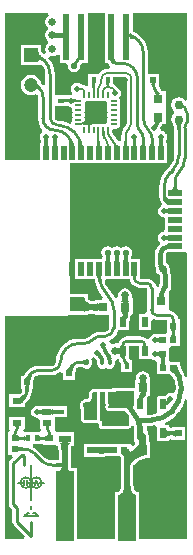
<source format=gtl>
G04*
G04 #@! TF.GenerationSoftware,Altium Limited,Altium Designer,21.0.9 (235)*
G04*
G04 Layer_Physical_Order=1*
G04 Layer_Color=255*
%FSLAX24Y24*%
%MOIN*%
G70*
G04*
G04 #@! TF.SameCoordinates,2108956C-AFA9-499C-9B58-46B140F6933B*
G04*
G04*
G04 #@! TF.FilePolarity,Positive*
G04*
G01*
G75*
%ADD14C,0.0080*%
%ADD15C,0.0100*%
%ADD17R,0.0236X0.1535*%
%ADD18O,0.0236X0.0079*%
%ADD19O,0.0079X0.0236*%
%ADD20R,0.0606X0.0669*%
%ADD21R,0.0591X0.2362*%
%ADD22R,0.0591X0.1575*%
%ADD23C,0.0295*%
%ADD24R,0.0217X0.0217*%
%ADD25R,0.0315X0.0315*%
%ADD26R,0.0217X0.0217*%
%ADD27R,0.0315X0.0315*%
%ADD28R,0.0217X0.0335*%
%ADD29R,0.0157X0.0197*%
%ADD30R,0.0945X0.0650*%
%ADD31O,0.0118X0.0236*%
%ADD32R,0.0315X0.0217*%
%ADD33R,0.0197X0.0157*%
%ADD34R,0.0197X0.0472*%
%ADD35R,0.0472X0.0197*%
%ADD36R,0.0394X0.0236*%
%ADD37C,0.0060*%
%ADD63C,0.0100*%
%ADD64C,0.0160*%
%ADD65C,0.0140*%
%ADD66C,0.0160*%
%ADD67C,0.0080*%
%ADD68C,0.0200*%
%ADD69C,0.0120*%
%ADD70C,0.0472*%
%ADD71R,0.0472X0.0472*%
%ADD72R,0.0492X0.0492*%
%ADD73C,0.0492*%
%ADD74C,0.0157*%
%ADD75C,0.0200*%
%ADD76C,0.0197*%
%ADD77C,0.0260*%
%ADD78C,0.0320*%
%ADD79C,0.0220*%
G36*
X1119Y17061D02*
X1124Y17033D01*
X1134Y17005D01*
X1147Y16980D01*
X1164Y16956D01*
X1184Y16934D01*
X1209Y16913D01*
X1237Y16894D01*
X1269Y16876D01*
X1304Y16861D01*
X1299Y16746D01*
X1264Y16759D01*
X1233Y16766D01*
X1206Y16769D01*
X1182Y16768D01*
X1162Y16762D01*
X1146Y16751D01*
X1133Y16736D01*
X1124Y16717D01*
X1119Y16692D01*
X1117Y16664D01*
Y17092D01*
X1119Y17061D01*
D02*
G37*
G36*
X-1566Y17535D02*
X-1623Y17497D01*
X-1673Y17420D01*
X-1691Y17331D01*
X-1673Y17241D01*
X-1623Y17165D01*
X-1613Y17158D01*
Y17062D01*
X-1623Y17056D01*
X-1673Y16980D01*
X-1691Y16890D01*
X-1673Y16800D01*
X-1623Y16724D01*
X-1588Y16701D01*
Y16606D01*
X-1623Y16583D01*
X-1673Y16507D01*
X-1691Y16417D01*
X-1675Y16335D01*
X-1693Y16306D01*
X-1729Y16267D01*
X-1762Y16276D01*
X-1772Y16286D01*
X-1788Y16303D01*
X-1801Y16321D01*
X-1811Y16339D01*
X-1819Y16358D01*
X-1825Y16377D01*
X-1828Y16397D01*
X-1829Y16414D01*
Y16569D01*
X-2502D01*
Y15896D01*
X-1940D01*
X-1938Y15896D01*
X-1934Y15896D01*
X-1930Y15895D01*
X-1926Y15896D01*
X-1829D01*
X-1764Y15860D01*
X-1751Y15842D01*
X-1703Y15726D01*
X-1687Y15609D01*
X-1688Y15602D01*
Y15242D01*
X-1768Y15214D01*
X-1778Y15226D01*
X-1813Y15253D01*
X-1817Y15258D01*
X-1831Y15271D01*
X-1838Y15320D01*
X-1872Y15402D01*
X-1926Y15472D01*
X-1996Y15526D01*
X-2078Y15560D01*
X-2165Y15571D01*
X-2253Y15560D01*
X-2335Y15526D01*
X-2405Y15472D01*
X-2459Y15402D01*
X-2493Y15320D01*
X-2504Y15232D01*
X-2493Y15145D01*
X-2459Y15063D01*
X-2405Y14992D01*
X-2335Y14939D01*
X-2253Y14905D01*
X-2165Y14893D01*
X-2078Y14905D01*
X-2016Y14930D01*
X-1953Y14905D01*
X-1932Y14887D01*
X-1923Y14845D01*
X-1925Y14839D01*
Y14114D01*
X-1926D01*
X-1908Y13972D01*
X-1853Y13840D01*
X-1791Y13760D01*
X-1798Y13668D01*
X-1805Y13656D01*
X-1817Y13648D01*
X-1862Y13582D01*
X-1877Y13504D01*
X-1862Y13426D01*
X-1826Y13373D01*
Y13344D01*
X-1829Y13295D01*
X-1830Y13289D01*
X-1872D01*
Y13192D01*
X-1872Y13188D01*
X-1871Y13188D01*
X-1872D01*
X-1872Y13184D01*
Y12740D01*
X-2894Y12740D01*
X-2894Y12740D01*
X-3048D01*
X-3048Y17615D01*
X-1587D01*
X-1566Y17535D01*
D02*
G37*
G36*
X-1930Y16386D02*
X-1924Y16354D01*
X-1915Y16324D01*
X-1903Y16294D01*
X-1887Y16266D01*
X-1868Y16239D01*
X-1845Y16214D01*
X-1819Y16190D01*
X-1789Y16167D01*
X-1755Y16145D01*
X-1765Y16022D01*
X-1796Y16040D01*
X-1824Y16053D01*
X-1849Y16061D01*
X-1871Y16066D01*
X-1889Y16065D01*
X-1904Y16061D01*
X-1915Y16052D01*
X-1924Y16038D01*
X-1929Y16020D01*
X-1930Y15997D01*
X-1932Y16419D01*
X-1930Y16386D01*
D02*
G37*
G36*
X617Y16095D02*
X619Y16086D01*
X622Y16077D01*
X625Y16067D01*
X630Y16056D01*
X636Y16045D01*
X650Y16021D01*
X659Y16008D01*
X669Y15995D01*
X544Y15934D01*
X519Y15967D01*
X424Y16077D01*
X411Y16088D01*
X399Y16097D01*
X390Y16102D01*
X383Y16104D01*
X617D01*
X617Y16095D01*
D02*
G37*
G36*
X282Y16107D02*
X281Y16104D01*
X282Y16100D01*
Y16024D01*
Y15943D01*
X398D01*
X442Y15886D01*
X471Y15864D01*
X470Y15855D01*
X465Y15833D01*
X444Y15784D01*
X394Y15773D01*
X394Y15773D01*
D01*
X298Y15760D01*
X209Y15724D01*
X189Y15709D01*
X132Y15665D01*
X76Y15592D01*
X-257D01*
Y15300D01*
X-258Y15296D01*
X-257Y15293D01*
Y15222D01*
X-281Y15205D01*
X-333Y15184D01*
X-399Y15228D01*
X-491Y15246D01*
X-557Y15290D01*
X-635Y15306D01*
X-713Y15290D01*
X-779Y15246D01*
X-823Y15180D01*
X-839Y15102D01*
X-823Y15024D01*
X-796Y14982D01*
X-814Y14938D01*
X-834Y14906D01*
X-904Y14892D01*
X-906Y14891D01*
X-983Y14883D01*
Y14883D01*
X-1080D01*
X-1084Y14884D01*
X-1088Y14883D01*
X-1380D01*
X-1382Y14962D01*
Y15602D01*
X-1382D01*
X-1397Y15755D01*
X-1441Y15902D01*
X-1514Y16038D01*
X-1592Y16133D01*
X-1549Y16196D01*
X-1543Y16200D01*
X-1457Y16183D01*
X-1367Y16201D01*
X-1298Y16247D01*
X-1264Y16238D01*
X-1218Y16216D01*
Y15943D01*
X-998D01*
X-947Y15881D01*
X-950Y15866D01*
X-934Y15784D01*
X-888Y15715D01*
X-818Y15668D01*
X-736Y15652D01*
X-654Y15668D01*
X-585Y15715D01*
X-538Y15784D01*
X-522Y15866D01*
X-525Y15880D01*
X-513Y15896D01*
X-507Y15902D01*
X-506Y15905D01*
X-478Y15943D01*
X-282D01*
Y16024D01*
Y17615D01*
X282D01*
Y16107D01*
D02*
G37*
G36*
X464Y15295D02*
X458Y15292D01*
X452Y15286D01*
X447Y15278D01*
X443Y15267D01*
X440Y15255D01*
X437Y15240D01*
X435Y15222D01*
X434Y15181D01*
X354D01*
X353Y15203D01*
X350Y15240D01*
X348Y15255D01*
X344Y15267D01*
X340Y15278D01*
X335Y15286D01*
X330Y15292D01*
X323Y15295D01*
X316Y15296D01*
X471D01*
X464Y15295D01*
D02*
G37*
G36*
X-8Y15295D02*
X-15Y15290D01*
X-20Y15282D01*
X-25Y15271D01*
X-29Y15256D01*
X-33Y15239D01*
X-35Y15218D01*
X-38Y15167D01*
X-39Y15136D01*
X-119D01*
X-119Y15167D01*
X-125Y15239D01*
X-128Y15256D01*
X-132Y15271D01*
X-137Y15282D01*
X-143Y15290D01*
X-149Y15295D01*
X-156Y15296D01*
X-1D01*
X-8Y15295D01*
D02*
G37*
G36*
X-1929Y15226D02*
X-1927Y15223D01*
X-1925Y15220D01*
X-1922Y15216D01*
X-1918Y15212D01*
X-1907Y15201D01*
X-1883Y15181D01*
X-1917Y15077D01*
X-1969Y15100D01*
X-1929Y15228D01*
X-1929Y15226D01*
D02*
G37*
G36*
X-547Y15150D02*
X-544Y15148D01*
X-541Y15147D01*
X-536Y15145D01*
X-531Y15144D01*
X-525Y15143D01*
X-510Y15142D01*
X-492Y15142D01*
Y15062D01*
X-502Y15062D01*
X-525Y15060D01*
X-531Y15059D01*
X-536Y15058D01*
X-541Y15057D01*
X-544Y15055D01*
X-547Y15054D01*
X-548Y15052D01*
Y15152D01*
X-547Y15150D01*
D02*
G37*
G36*
X642Y15072D02*
X644Y15070D01*
X647Y15068D01*
X650Y15065D01*
X657Y15060D01*
X667Y15053D01*
X679Y15046D01*
X546Y15011D01*
X549Y15018D01*
X558Y15034D01*
X559Y15039D01*
X560Y15043D01*
X561Y15046D01*
X561Y15049D01*
X560Y15052D01*
X559Y15054D01*
X641Y15074D01*
X642Y15072D01*
D02*
G37*
G36*
X2027Y15059D02*
X2048Y15030D01*
X2069Y15004D01*
X2091Y14982D01*
X2112Y14963D01*
X2134Y14948D01*
X2156Y14936D01*
X2178Y14927D01*
X2201Y14922D01*
X2223Y14920D01*
X1911D01*
X1926Y14921D01*
X1939Y14924D01*
X1948Y14929D01*
X1955Y14937D01*
X1959Y14946D01*
X1959Y14957D01*
X1957Y14971D01*
X1952Y14986D01*
X1944Y15004D01*
X1933Y15024D01*
X2006Y15092D01*
X2027Y15059D01*
D02*
G37*
G36*
X3048Y14720D02*
X2968Y14696D01*
X2934Y14745D01*
X2853Y14800D01*
X2756Y14819D01*
X2659Y14800D01*
X2577Y14745D01*
X2523Y14664D01*
X2503Y14567D01*
X2523Y14470D01*
X2577Y14388D01*
X2606Y14369D01*
Y14273D01*
X2577Y14253D01*
X2523Y14171D01*
X2503Y14075D01*
X2523Y13978D01*
X2557Y13927D01*
X2560Y13920D01*
X2569Y13908D01*
X2575Y13898D01*
X2581Y13886D01*
X2586Y13872D01*
X2591Y13855D01*
X2596Y13836D01*
X2599Y13816D01*
X2603Y13768D01*
Y12877D01*
X2604Y12870D01*
X2588Y12742D01*
X2535Y12616D01*
X2457Y12514D01*
X2451Y12510D01*
X2434Y12492D01*
X2376Y12437D01*
X2376Y12437D01*
X2327Y12378D01*
X2263Y12299D01*
X2179Y12142D01*
X2127Y11971D01*
X2109Y11793D01*
X2111Y11793D01*
X2111Y11792D01*
Y11516D01*
X2111D01*
X2123Y11425D01*
X2158Y11341D01*
X2193Y11295D01*
X2190Y11263D01*
X2177Y11213D01*
X2169Y11201D01*
X2120Y11168D01*
X2075Y11102D01*
X2060Y11024D01*
X2075Y10946D01*
X2120Y10879D01*
X2186Y10835D01*
X2264Y10820D01*
X2302Y10746D01*
Y10416D01*
X2264Y10342D01*
X2186Y10326D01*
X2120Y10282D01*
X2075Y10216D01*
X2060Y10138D01*
X2075Y10060D01*
X2120Y9994D01*
X2122Y9919D01*
X2092Y9896D01*
X2021Y9804D01*
X1977Y9697D01*
X1962Y9582D01*
X1962D01*
Y9285D01*
X1962D01*
X1973Y9203D01*
X1972Y9201D01*
X1973Y9198D01*
X1977Y9167D01*
X1987Y9143D01*
X1995Y9119D01*
X1990Y9094D01*
X2008Y9005D01*
X2059Y8929D01*
X2120Y8888D01*
Y8621D01*
X2115Y8581D01*
X2111Y8557D01*
X2101Y8514D01*
X2075Y8498D01*
X1993Y8543D01*
X1992Y8545D01*
X1962Y8620D01*
X1912Y8684D01*
X1848Y8733D01*
X1773Y8764D01*
X1697Y8774D01*
X1693Y8775D01*
X1478D01*
Y9431D01*
X1172D01*
X1153Y9511D01*
X1182Y9554D01*
X1198Y9636D01*
X1182Y9718D01*
X1136Y9788D01*
X1066Y9834D01*
X984Y9850D01*
X902Y9834D01*
X837Y9790D01*
X771Y9834D01*
X689Y9850D01*
X607Y9834D01*
X541Y9790D01*
X476Y9834D01*
X394Y9850D01*
X312Y9834D01*
X242Y9788D01*
X196Y9718D01*
X180Y9636D01*
X196Y9554D01*
X225Y9511D01*
X212Y9459D01*
X201Y9431D01*
X-691D01*
Y9330D01*
X-690Y9330D01*
X-691D01*
Y8758D01*
X-45D01*
X-41Y8741D01*
X-41Y8738D01*
X-25Y8670D01*
X-20Y8645D01*
X-16Y8634D01*
X-14Y8623D01*
X-13Y8621D01*
X1Y8562D01*
X71Y8394D01*
X165Y8240D01*
X240Y8152D01*
X203Y8072D01*
X84D01*
X80Y8073D01*
X78Y8073D01*
X76Y8073D01*
X73Y8072D01*
X-21D01*
Y8032D01*
X-32Y8030D01*
X-113Y8026D01*
X-113Y8026D01*
X-163Y8036D01*
X-202Y8048D01*
X-232Y8063D01*
X-252Y8078D01*
X-265Y8093D01*
X-274Y8110D01*
X-280Y8131D01*
X-283Y8167D01*
X-284Y8168D01*
Y8259D01*
X-381D01*
X-385Y8260D01*
X-389Y8259D01*
X-390D01*
X-394Y8260D01*
X-395Y8259D01*
X-853D01*
Y9330D01*
X-885D01*
X-881Y9331D01*
X-878Y9335D01*
X-876Y9341D01*
X-874Y9350D01*
X-872Y9361D01*
X-870Y9375D01*
X-868Y9410D01*
X-867Y9456D01*
X-853D01*
Y9529D01*
X-859Y9532D01*
X-853Y9552D01*
Y12617D01*
X2364D01*
Y13184D01*
X2365Y13188D01*
X2363D01*
X2364Y13189D01*
X2364Y13192D01*
Y13289D01*
X2323D01*
X2318Y13347D01*
Y13373D01*
X2354Y13426D01*
X2369Y13504D01*
X2354Y13582D01*
X2310Y13648D01*
X2243Y13692D01*
X2204Y13700D01*
X2164Y13714D01*
X2146Y13786D01*
X2149Y13803D01*
X2147Y13814D01*
X2157Y13838D01*
X2161Y13846D01*
X2162Y13851D01*
X2165Y13858D01*
X2171Y13868D01*
X2184Y13885D01*
X2196Y13898D01*
X2206Y13906D01*
X2213Y13911D01*
X2218Y13914D01*
X2221Y13914D01*
X2232Y13915D01*
X2234Y13916D01*
X2324D01*
Y14013D01*
X2325Y14017D01*
X2324Y14021D01*
Y14023D01*
X2325Y14026D01*
X2324Y14027D01*
Y14431D01*
X2324D01*
Y14506D01*
X2324D01*
Y14911D01*
X2325Y14912D01*
X2324Y14916D01*
Y14916D01*
X2325Y14920D01*
X2324Y14924D01*
Y15021D01*
X2233D01*
X2231Y15022D01*
X2216Y15023D01*
X2208Y15025D01*
X2199Y15028D01*
X2188Y15034D01*
X2175Y15043D01*
X2161Y15056D01*
X2159Y15058D01*
X2155Y15067D01*
X2119Y15114D01*
X2098Y15185D01*
X2098Y15240D01*
Y15602D01*
X1728D01*
Y16315D01*
X1728D01*
X1714Y16457D01*
X1673Y16594D01*
X1606Y16720D01*
X1515Y16830D01*
X1405Y16921D01*
X1357Y16946D01*
X1347Y16953D01*
X1346Y16953D01*
X1345Y16954D01*
X1326Y16963D01*
X1284Y16985D01*
X1270Y16994D01*
X1255Y17007D01*
X1243Y17020D01*
X1234Y17033D01*
X1228Y17045D01*
X1223Y17059D01*
X1220Y17074D01*
X1219Y17098D01*
X1218Y17100D01*
Y17615D01*
X3048D01*
Y14720D01*
D02*
G37*
G36*
X182Y14692D02*
X236Y14681D01*
X291Y14692D01*
X356Y14667D01*
X381Y14602D01*
X370Y14547D01*
X381Y14493D01*
X397Y14469D01*
X381Y14444D01*
X370Y14390D01*
X381Y14335D01*
X397Y14311D01*
X381Y14287D01*
X370Y14232D01*
X381Y14178D01*
X397Y14154D01*
X381Y14129D01*
X370Y14075D01*
X381Y14020D01*
X356Y13955D01*
X291Y13930D01*
X236Y13941D01*
X182Y13930D01*
X157Y13914D01*
X133Y13930D01*
X79Y13941D01*
X24Y13930D01*
X0Y13914D01*
X-24Y13930D01*
X-79Y13941D01*
X-133Y13930D01*
X-179Y13900D01*
X-189Y13885D01*
X-191Y13875D01*
X-195Y13848D01*
X-196Y13818D01*
X-276D01*
X-276Y13848D01*
X-279Y13880D01*
X-281Y13881D01*
X-293Y13900D01*
X-339Y13930D01*
X-344Y13931D01*
X-348Y13942D01*
X-427Y13904D01*
X-438Y13985D01*
X-393Y14010D01*
X-381Y14018D01*
X-381Y14019D01*
X-381Y14020D01*
X-370Y14075D01*
X-381Y14129D01*
X-397Y14154D01*
X-381Y14178D01*
X-370Y14232D01*
X-381Y14287D01*
X-397Y14311D01*
X-381Y14335D01*
X-370Y14390D01*
X-381Y14444D01*
X-397Y14469D01*
X-381Y14493D01*
X-370Y14547D01*
X-381Y14602D01*
X-356Y14667D01*
X-291Y14692D01*
X-236Y14681D01*
X-182Y14692D01*
X-157Y14708D01*
X-133Y14692D01*
X-79Y14681D01*
X-24Y14692D01*
X0Y14708D01*
X24Y14692D01*
X79Y14681D01*
X133Y14692D01*
X157Y14708D01*
X182Y14692D01*
D02*
G37*
G36*
X-751Y14768D02*
X-744Y14763D01*
X-737Y14759D01*
X-730Y14755D01*
X-723Y14752D01*
X-715Y14749D01*
X-706Y14747D01*
X-697Y14746D01*
X-688Y14745D01*
X-678Y14745D01*
Y14665D01*
X-688Y14664D01*
X-697Y14664D01*
X-706Y14662D01*
X-715Y14660D01*
X-723Y14657D01*
X-730Y14654D01*
X-737Y14651D01*
X-744Y14646D01*
X-751Y14641D01*
X-756Y14636D01*
Y14774D01*
X-751Y14768D01*
D02*
G37*
G36*
X-1082Y14775D02*
X-1077Y14769D01*
X-1069Y14763D01*
X-1058Y14758D01*
X-1044Y14754D01*
X-1026Y14751D01*
X-1005Y14748D01*
X-961Y14745D01*
X-956Y14746D01*
X-948Y14747D01*
X-939Y14749D01*
X-931Y14752D01*
X-923Y14755D01*
X-916Y14759D01*
X-909Y14763D01*
X-903Y14768D01*
X-897Y14774D01*
Y14636D01*
X-903Y14641D01*
X-909Y14646D01*
X-916Y14651D01*
X-923Y14654D01*
X-931Y14657D01*
X-939Y14660D01*
X-948Y14662D01*
X-956Y14664D01*
X-960Y14664D01*
X-1026Y14659D01*
X-1044Y14655D01*
X-1058Y14651D01*
X-1069Y14646D01*
X-1077Y14641D01*
X-1082Y14634D01*
X-1084Y14627D01*
Y14782D01*
X-1082Y14775D01*
D02*
G37*
G36*
X-983Y14526D02*
X-906Y14519D01*
X-904Y14518D01*
X-854Y14508D01*
X-835Y14485D01*
X-809Y14442D01*
X-804Y14425D01*
X-811Y14390D01*
X-801Y14335D01*
X-784Y14311D01*
X-801Y14287D01*
X-811Y14232D01*
X-801Y14178D01*
X-784Y14154D01*
X-801Y14129D01*
X-811Y14075D01*
X-801Y14020D01*
X-847Y13945D01*
X-860Y13938D01*
X-919Y13970D01*
X-1096Y14023D01*
X-1280Y14041D01*
Y14041D01*
X-1349Y14068D01*
X-1352Y14070D01*
X-1375Y14103D01*
X-1382Y14143D01*
X-1382D01*
Y14447D01*
X-1380Y14526D01*
X-1088D01*
X-1084Y14525D01*
X-1080Y14526D01*
X-983D01*
Y14526D01*
D02*
G37*
G36*
X2841Y14620D02*
X2844Y14617D01*
X2848Y14614D01*
X2853Y14610D01*
X2867Y14602D01*
X2894Y14587D01*
X2905Y14581D01*
X2886Y14476D01*
X2878Y14481D01*
X2869Y14486D01*
X2861Y14489D01*
X2854Y14492D01*
X2846Y14493D01*
X2839Y14494D01*
X2832Y14493D01*
X2826Y14491D01*
X2819Y14489D01*
X2813Y14485D01*
X2839Y14623D01*
X2841Y14620D01*
D02*
G37*
G36*
X2203Y14015D02*
X2183Y14010D01*
X2163Y14000D01*
X2144Y13988D01*
X2125Y13971D01*
X2106Y13951D01*
X2088Y13927D01*
X2070Y13899D01*
X2066Y13892D01*
X2069Y13890D01*
X2064Y13880D01*
X2049Y13844D01*
X2047Y13837D01*
X2046Y13831D01*
X2045Y13825D01*
X2044Y13820D01*
X2045Y13816D01*
X2021Y13834D01*
X1915Y13843D01*
X1929Y13876D01*
X1937Y13900D01*
X1934Y13902D01*
X1938Y13903D01*
X1948Y13932D01*
X1953Y13954D01*
X1954Y13973D01*
X1952Y13989D01*
X1947Y14001D01*
X1938Y14010D01*
X1926Y14015D01*
X1911Y14017D01*
X2223D01*
X2203Y14015D01*
D02*
G37*
G36*
X2822Y13999D02*
X2819Y13994D01*
X2816Y13988D01*
X2813Y13982D01*
X2813Y13981D01*
X2870D01*
X2858Y13964D01*
X2847Y13946D01*
X2837Y13926D01*
X2829Y13904D01*
X2822Y13881D01*
X2816Y13855D01*
X2812Y13828D01*
X2808Y13799D01*
X2806Y13736D01*
X2706D01*
X2705Y13768D01*
X2700Y13828D01*
X2696Y13855D01*
X2690Y13881D01*
X2683Y13904D01*
X2675Y13926D01*
X2665Y13946D01*
X2654Y13964D01*
X2642Y13981D01*
X2699D01*
X2699Y13982D01*
X2696Y13988D01*
X2693Y13994D01*
X2690Y13999D01*
X2686Y14003D01*
X2826D01*
X2822Y13999D01*
D02*
G37*
G36*
X276Y13762D02*
X283Y13656D01*
X287Y13624D01*
X305Y13533D01*
X313Y13505D01*
X322Y13478D01*
X258Y13431D01*
X242Y13475D01*
X196Y13632D01*
X200Y13627D01*
X275Y13799D01*
X276Y13762D01*
D02*
G37*
G36*
X425Y13760D02*
X422Y13740D01*
X421Y13718D01*
X422Y13696D01*
X426Y13672D01*
X432Y13647D01*
X441Y13620D01*
X452Y13592D01*
X465Y13563D01*
X481Y13532D01*
X424Y13476D01*
X408Y13505D01*
X360Y13609D01*
X360Y13615D01*
X362Y13616D01*
X366Y13614D01*
X431Y13778D01*
X425Y13760D01*
D02*
G37*
G36*
X787Y15487D02*
X984D01*
X1011Y15460D01*
X1038Y15433D01*
Y13970D01*
X1038Y13969D01*
X1034Y13948D01*
X1000Y13882D01*
X1000Y13882D01*
X913Y13768D01*
X858Y13636D01*
X840Y13494D01*
X842D01*
Y13382D01*
X795Y13349D01*
X774Y13351D01*
X732Y13361D01*
X724Y13379D01*
X716Y13389D01*
X681Y13455D01*
X568Y13592D01*
Y13592D01*
X536Y13659D01*
Y13720D01*
X590Y13775D01*
X669D01*
X724Y13786D01*
X770Y13817D01*
X801Y13863D01*
X811Y13917D01*
X801Y13972D01*
X784Y13996D01*
X801Y14020D01*
X811Y14075D01*
X801Y14129D01*
X784Y14154D01*
X801Y14178D01*
X811Y14232D01*
X801Y14287D01*
X784Y14311D01*
X801Y14335D01*
X811Y14390D01*
X801Y14444D01*
X784Y14469D01*
X801Y14493D01*
X811Y14547D01*
X801Y14602D01*
X784Y14626D01*
X801Y14650D01*
X811Y14705D01*
X801Y14759D01*
X770Y14805D01*
X811Y14874D01*
X817Y14883D01*
X832Y14961D01*
X817Y15038D01*
X773Y15104D01*
X740Y15126D01*
X731Y15134D01*
X721Y15140D01*
X720Y15140D01*
X673Y15201D01*
X603Y15255D01*
X572Y15268D01*
Y15293D01*
X573Y15296D01*
X572Y15300D01*
Y15487D01*
X786D01*
Y15491D01*
X787Y15487D01*
D02*
G37*
G36*
X2232Y13428D02*
X2228Y13423D01*
X2225Y13418D01*
X2223Y13411D01*
X2220Y13404D01*
X2219Y13396D01*
X2217Y13387D01*
X2216Y13378D01*
X2216Y13365D01*
X2216Y13350D01*
X2223Y13260D01*
X2227Y13238D01*
X2232Y13220D01*
X2239Y13206D01*
X2246Y13196D01*
X2254Y13190D01*
X2263Y13188D01*
X2068D01*
X2077Y13190D01*
X2085Y13196D01*
X2092Y13206D01*
X2098Y13220D01*
X2104Y13238D01*
X2108Y13260D01*
X2111Y13286D01*
X2115Y13350D01*
X2115Y13369D01*
X2114Y13387D01*
X2112Y13396D01*
X2110Y13404D01*
X2108Y13411D01*
X2106Y13418D01*
X2103Y13423D01*
X2099Y13428D01*
X2095Y13433D01*
X2235D01*
X2232Y13428D01*
D02*
G37*
G36*
X1921Y13350D02*
X1928Y13260D01*
X1932Y13238D01*
X1937Y13220D01*
X1943Y13206D01*
X1950Y13196D01*
X1958Y13190D01*
X1967Y13188D01*
X1773D01*
X1782Y13190D01*
X1790Y13196D01*
X1797Y13206D01*
X1803Y13220D01*
X1808Y13238D01*
X1813Y13260D01*
X1816Y13286D01*
X1820Y13350D01*
X1820Y13388D01*
X1920D01*
X1921Y13350D01*
D02*
G37*
G36*
X1625D02*
X1632Y13260D01*
X1637Y13238D01*
X1642Y13220D01*
X1648Y13206D01*
X1655Y13196D01*
X1663Y13190D01*
X1672Y13188D01*
X1478D01*
X1487Y13190D01*
X1495Y13196D01*
X1502Y13206D01*
X1508Y13220D01*
X1513Y13238D01*
X1517Y13260D01*
X1521Y13286D01*
X1524Y13350D01*
X1525Y13388D01*
X1625D01*
X1625Y13350D01*
D02*
G37*
G36*
X1344Y13417D02*
X1339Y13410D01*
X1334Y13403D01*
X1330Y13396D01*
X1327Y13388D01*
X1324Y13380D01*
X1322Y13371D01*
X1321Y13362D01*
X1320Y13353D01*
X1320Y13345D01*
X1320Y13317D01*
X1325Y13266D01*
X1329Y13245D01*
X1334Y13228D01*
X1340Y13213D01*
X1348Y13202D01*
X1356Y13194D01*
X1366Y13189D01*
X1377Y13188D01*
X1182D01*
X1193Y13189D01*
X1203Y13194D01*
X1212Y13202D01*
X1219Y13213D01*
X1225Y13228D01*
X1230Y13245D01*
X1234Y13266D01*
X1237Y13290D01*
X1239Y13317D01*
X1239Y13345D01*
X1239Y13353D01*
X1238Y13362D01*
X1237Y13371D01*
X1235Y13380D01*
X1232Y13388D01*
X1229Y13396D01*
X1225Y13403D01*
X1220Y13410D01*
X1215Y13417D01*
X1210Y13423D01*
X1350D01*
X1344Y13417D01*
D02*
G37*
G36*
X1025Y13317D02*
X1029Y13266D01*
X1033Y13245D01*
X1039Y13228D01*
X1045Y13213D01*
X1052Y13202D01*
X1061Y13194D01*
X1071Y13189D01*
X1081Y13188D01*
X887D01*
X898Y13189D01*
X908Y13194D01*
X916Y13202D01*
X924Y13213D01*
X930Y13228D01*
X935Y13245D01*
X939Y13266D01*
X942Y13290D01*
X944Y13317D01*
X944Y13348D01*
X1024D01*
X1025Y13317D01*
D02*
G37*
G36*
X120D02*
X122Y13290D01*
X126Y13266D01*
X131Y13245D01*
X138Y13228D01*
X146Y13213D01*
X156Y13202D01*
X168Y13194D01*
X181Y13189D01*
X196Y13188D01*
X1D01*
X8Y13189D01*
X15Y13194D01*
X20Y13202D01*
X25Y13213D01*
X29Y13228D01*
X33Y13245D01*
X35Y13266D01*
X38Y13317D01*
X39Y13348D01*
X119D01*
X120Y13317D01*
D02*
G37*
G36*
X-482Y13345D02*
X-453Y13258D01*
X-443Y13236D01*
X-434Y13219D01*
X-424Y13205D01*
X-414Y13196D01*
X-405Y13190D01*
X-395Y13188D01*
X-589D01*
X-598Y13381D01*
X-491Y13382D01*
X-482Y13345D01*
D02*
G37*
G36*
X-778Y13344D02*
X-747Y13257D01*
X-738Y13236D01*
X-728Y13219D01*
X-718Y13205D01*
X-709Y13196D01*
X-699Y13190D01*
X-690Y13188D01*
X-885D01*
X-885Y13215D01*
X-893Y13355D01*
X-895Y13368D01*
X-898Y13378D01*
X-789Y13381D01*
X-778Y13344D01*
D02*
G37*
G36*
X-1312Y13419D02*
X-1315Y13414D01*
X-1318Y13408D01*
X-1321Y13402D01*
X-1323Y13394D01*
X-1325Y13387D01*
X-1326Y13378D01*
X-1327Y13369D01*
X-1328Y13358D01*
X-1327Y13350D01*
X-1320Y13260D01*
X-1316Y13238D01*
X-1311Y13220D01*
X-1305Y13206D01*
X-1298Y13196D01*
X-1290Y13190D01*
X-1281Y13188D01*
X-1475D01*
X-1466Y13190D01*
X-1458Y13196D01*
X-1451Y13206D01*
X-1445Y13220D01*
X-1440Y13238D01*
X-1435Y13260D01*
X-1432Y13286D01*
X-1428Y13350D01*
X-1428Y13360D01*
X-1430Y13378D01*
X-1431Y13387D01*
X-1433Y13394D01*
X-1435Y13402D01*
X-1438Y13408D01*
X-1441Y13414D01*
X-1444Y13419D01*
X-1448Y13423D01*
X-1308D01*
X-1312Y13419D01*
D02*
G37*
G36*
X-1607Y13428D02*
X-1610Y13423D01*
X-1613Y13418D01*
X-1616Y13411D01*
X-1618Y13404D01*
X-1620Y13396D01*
X-1621Y13387D01*
X-1622Y13378D01*
X-1623Y13365D01*
X-1623Y13350D01*
X-1616Y13260D01*
X-1611Y13238D01*
X-1606Y13220D01*
X-1600Y13206D01*
X-1593Y13196D01*
X-1585Y13190D01*
X-1576Y13188D01*
X-1770D01*
X-1761Y13190D01*
X-1753Y13196D01*
X-1746Y13206D01*
X-1740Y13220D01*
X-1735Y13238D01*
X-1731Y13260D01*
X-1727Y13286D01*
X-1724Y13350D01*
X-1723Y13369D01*
X-1725Y13387D01*
X-1726Y13396D01*
X-1728Y13404D01*
X-1730Y13411D01*
X-1733Y13418D01*
X-1736Y13423D01*
X-1739Y13428D01*
X-1743Y13433D01*
X-1603D01*
X-1607Y13428D01*
D02*
G37*
G36*
X434Y13226D02*
X436Y13199D01*
X436Y13194D01*
X437Y13191D01*
X438Y13189D01*
X440Y13187D01*
X441Y13187D01*
X346D01*
X348Y13187D01*
X349Y13189D01*
X350Y13191D01*
X351Y13194D01*
X352Y13199D01*
X353Y13204D01*
X353Y13218D01*
X354Y13235D01*
X434D01*
X434Y13226D01*
D02*
G37*
G36*
X645Y13307D02*
X659Y13282D01*
X673Y13260D01*
X688Y13241D01*
X703Y13225D01*
X719Y13211D01*
X735Y13201D01*
X752Y13194D01*
X769Y13189D01*
X786Y13188D01*
X593Y12930D01*
X607Y12953D01*
X616Y12980D01*
X622Y13011D01*
X623Y13046D01*
X620Y13084D01*
X613Y13126D01*
X601Y13172D01*
X585Y13221D01*
X541Y13332D01*
X632Y13335D01*
X645Y13307D01*
D02*
G37*
G36*
X2689Y11873D02*
X2694Y11839D01*
X2701Y11809D01*
X2712Y11783D01*
X2725Y11761D01*
X2742Y11743D01*
X2761Y11729D01*
X2784Y11719D01*
X2809Y11713D01*
X2838Y11711D01*
X2438D01*
X2466Y11713D01*
X2492Y11719D01*
X2514Y11729D01*
X2534Y11743D01*
X2550Y11761D01*
X2564Y11783D01*
X2574Y11809D01*
X2582Y11839D01*
X2586Y11873D01*
X2588Y11911D01*
X2688D01*
X2689Y11873D01*
D02*
G37*
G36*
X2350Y11480D02*
X2384Y11450D01*
X2415Y11426D01*
X2445Y11407D01*
X2473Y11394D01*
X2499Y11387D01*
X2523Y11386D01*
X2545Y11390D01*
X2565Y11400D01*
X2583Y11415D01*
X2403Y11222D01*
X2401Y11225D01*
X2397Y11231D01*
X2389Y11240D01*
X2277Y11361D01*
X2247Y11392D01*
X2314Y11516D01*
X2350Y11480D01*
D02*
G37*
G36*
X2403Y11074D02*
X2410Y11074D01*
X2410Y10974D01*
X2403Y10973D01*
Y10926D01*
X2401Y10935D01*
X2397Y10943D01*
X2390Y10950D01*
X2381Y10957D01*
X2368Y10962D01*
X2355Y10966D01*
X2350Y10964D01*
X2344Y10961D01*
X2339Y10957D01*
X2335Y10954D01*
Y10969D01*
X2335Y10969D01*
X2314Y10972D01*
X2290Y10973D01*
X2264Y10974D01*
Y11074D01*
X2290Y11074D01*
X2335Y11078D01*
X2335Y11078D01*
Y11094D01*
X2339Y11090D01*
X2344Y11086D01*
X2350Y11083D01*
X2355Y11082D01*
X2368Y11085D01*
X2381Y11091D01*
X2390Y11097D01*
X2397Y11104D01*
X2401Y11112D01*
X2403Y11121D01*
Y11074D01*
D02*
G37*
G36*
Y10188D02*
X2410Y10188D01*
X2410Y10088D01*
X2403Y10088D01*
Y10041D01*
X2401Y10050D01*
X2397Y10058D01*
X2390Y10065D01*
X2381Y10071D01*
X2368Y10076D01*
X2355Y10080D01*
X2350Y10078D01*
X2344Y10075D01*
X2339Y10072D01*
X2335Y10068D01*
Y10083D01*
X2335Y10084D01*
X2314Y10086D01*
X2290Y10087D01*
X2264Y10088D01*
Y10188D01*
X2290Y10188D01*
X2335Y10192D01*
X2335Y10192D01*
Y10208D01*
X2339Y10204D01*
X2344Y10201D01*
X2350Y10198D01*
X2355Y10196D01*
X2368Y10200D01*
X2381Y10205D01*
X2390Y10211D01*
X2397Y10218D01*
X2401Y10226D01*
X2403Y10235D01*
Y10188D01*
D02*
G37*
G36*
X1044Y9558D02*
X1061D01*
X1058Y9554D01*
X1055Y9549D01*
X1053Y9543D01*
X1050Y9537D01*
X1049Y9529D01*
X1047Y9521D01*
X1046Y9512D01*
X1046Y9509D01*
X1054Y9390D01*
X1058Y9368D01*
X1063Y9351D01*
X1068Y9339D01*
X1074Y9332D01*
X1081Y9330D01*
X887D01*
X894Y9332D01*
X900Y9339D01*
X906Y9351D01*
X911Y9368D01*
X915Y9390D01*
X918Y9416D01*
X923Y9483D01*
X923Y9502D01*
X922Y9521D01*
X920Y9529D01*
X918Y9537D01*
X916Y9543D01*
X913Y9549D01*
X910Y9554D01*
X907Y9558D01*
X924D01*
X924Y9570D01*
X1044D01*
X1044Y9558D01*
D02*
G37*
G36*
X749D02*
X766D01*
X763Y9554D01*
X760Y9549D01*
X757Y9543D01*
X755Y9537D01*
X753Y9529D01*
X752Y9521D01*
X751Y9512D01*
X750Y9509D01*
X758Y9390D01*
X762Y9368D01*
X767Y9351D01*
X773Y9339D01*
X779Y9332D01*
X786Y9330D01*
X592D01*
X599Y9332D01*
X605Y9339D01*
X611Y9351D01*
X616Y9368D01*
X620Y9390D01*
X623Y9416D01*
X628Y9483D01*
X628Y9502D01*
X626Y9521D01*
X625Y9529D01*
X623Y9537D01*
X621Y9543D01*
X618Y9549D01*
X615Y9554D01*
X612Y9558D01*
X629D01*
X629Y9570D01*
X749D01*
X749Y9558D01*
D02*
G37*
G36*
X454D02*
X471D01*
X467Y9554D01*
X465Y9549D01*
X462Y9543D01*
X460Y9537D01*
X458Y9529D01*
X456Y9521D01*
X455Y9512D01*
X455Y9509D01*
X463Y9390D01*
X467Y9368D01*
X472Y9351D01*
X478Y9339D01*
X484Y9332D01*
X491Y9330D01*
X296D01*
X304Y9332D01*
X310Y9339D01*
X315Y9351D01*
X320Y9368D01*
X324Y9390D01*
X328Y9416D01*
X332Y9483D01*
X333Y9502D01*
X331Y9521D01*
X329Y9529D01*
X328Y9537D01*
X325Y9543D01*
X323Y9549D01*
X320Y9554D01*
X317Y9558D01*
X334D01*
X334Y9570D01*
X454D01*
X454Y9558D01*
D02*
G37*
G36*
X2226Y9274D02*
X2227Y9264D01*
X2228Y9255D01*
X2230Y9247D01*
X2233Y9240D01*
X2236Y9234D01*
X2240Y9230D01*
X2244Y9226D01*
X2249Y9223D01*
X2255Y9221D01*
X2099Y9127D01*
X2074Y9208D01*
X2226Y9285D01*
X2226Y9274D01*
D02*
G37*
G36*
X2375Y8980D02*
X2223Y8904D01*
X2223Y8915D01*
X2222Y8925D01*
X2221Y8934D01*
X2219Y8942D01*
X2216Y8949D01*
X2213Y8955D01*
X2209Y8959D01*
X2205Y8963D01*
X2200Y8966D01*
X2194Y8968D01*
X2350Y9062D01*
X2375Y8980D01*
D02*
G37*
G36*
X1354Y8860D02*
X1349Y8857D01*
X1344Y8853D01*
X1340Y8848D01*
X1337Y8840D01*
X1334Y8831D01*
X1332Y8821D01*
X1331Y8809D01*
X1330Y8795D01*
X1330Y8780D01*
X1230D01*
X1229Y8795D01*
X1227Y8821D01*
X1225Y8831D01*
X1222Y8840D01*
X1219Y8848D01*
X1215Y8853D01*
X1210Y8857D01*
X1205Y8860D01*
X1200Y8861D01*
X1359D01*
X1354Y8860D01*
D02*
G37*
G36*
X188Y8857D02*
X181Y8852D01*
X176Y8842D01*
X173Y8828D01*
X171Y8810D01*
X170Y8789D01*
X171Y8763D01*
X178Y8700D01*
X183Y8663D01*
X80Y8662D01*
X74Y8700D01*
X52Y8788D01*
X45Y8810D01*
X37Y8828D01*
X28Y8842D01*
X20Y8852D01*
X11Y8857D01*
X1Y8859D01*
X196D01*
X188Y8857D01*
D02*
G37*
G36*
X2381Y8505D02*
X2381Y8503D01*
X2378Y8497D01*
X2367Y8471D01*
X2281Y8290D01*
X2168Y8403D01*
X2179Y8427D01*
X2189Y8453D01*
X2197Y8480D01*
X2211Y8537D01*
X2216Y8567D01*
X2223Y8631D01*
X2225Y8665D01*
X2226Y8700D01*
X2381Y8505D01*
D02*
G37*
G36*
X1137Y8699D02*
X1168Y8624D01*
X1218Y8560D01*
X1282Y8511D01*
X1357Y8480D01*
X1433Y8470D01*
X1437Y8469D01*
X1693D01*
Y8467D01*
X1695Y8466D01*
X1696Y8465D01*
X1697D01*
Y7993D01*
X1711Y7991D01*
X1697D01*
Y7717D01*
X1698Y7712D01*
X1703Y7680D01*
X1644Y7600D01*
X1426D01*
Y7065D01*
X1842D01*
Y7366D01*
X1922Y7419D01*
X1928Y7417D01*
X2004Y7407D01*
X2008Y7406D01*
X2370D01*
Y7101D01*
X2370Y7098D01*
X2370Y7094D01*
Y6996D01*
X2314Y6941D01*
X2121D01*
X2117Y6941D01*
X2114Y6941D01*
X2016D01*
X2016Y6941D01*
X1969Y6935D01*
X1941Y6929D01*
X1941Y6929D01*
X1938Y6929D01*
X1891Y6919D01*
X1825Y6875D01*
X1782Y6810D01*
X1776Y6781D01*
X1718Y6762D01*
X1690Y6759D01*
X1631Y6804D01*
X1557Y6835D01*
X1481Y6845D01*
X1476Y6846D01*
X1043D01*
X1039Y6845D01*
X963Y6835D01*
X888Y6804D01*
X824Y6755D01*
X775Y6690D01*
X752Y6635D01*
X678D01*
Y6635D01*
X613Y6599D01*
X540Y6585D01*
X538Y6583D01*
X458Y6615D01*
X439Y6682D01*
X466Y6732D01*
X523Y6756D01*
X615Y6826D01*
X685Y6918D01*
X729Y7025D01*
X735Y7065D01*
X1094D01*
Y7312D01*
X1133Y7406D01*
X1148Y7523D01*
X1206Y7577D01*
X1222D01*
Y7678D01*
X1222Y7678D01*
X1222Y7679D01*
Y7987D01*
X1223Y7991D01*
X1222Y7995D01*
Y8092D01*
X1222D01*
X1192Y8172D01*
X1199Y8209D01*
X1181Y8298D01*
X1130Y8374D01*
X1054Y8425D01*
X965Y8443D01*
X875Y8425D01*
X799Y8374D01*
X748Y8298D01*
X730Y8209D01*
X737Y8172D01*
X728Y8148D01*
X671Y8126D01*
X637Y8133D01*
X605Y8192D01*
X503Y8318D01*
X503Y8318D01*
X450Y8376D01*
X392Y8446D01*
X314Y8593D01*
X288Y8678D01*
X325Y8746D01*
X338Y8758D01*
X1130D01*
X1137Y8699D01*
D02*
G37*
G36*
X1045Y8167D02*
X1050Y8116D01*
X1056D01*
X1053Y8113D01*
X1052Y8109D01*
X1051Y8106D01*
X1051Y8098D01*
X1057Y8069D01*
X1064Y8045D01*
X1072Y8026D01*
X1082Y8011D01*
X1093Y8000D01*
X1106Y7993D01*
X1121Y7991D01*
X808D01*
X823Y7993D01*
X836Y8000D01*
X847Y8011D01*
X857Y8026D01*
X865Y8045D01*
X872Y8069D01*
X878Y8098D01*
X879Y8105D01*
X878Y8109D01*
X876Y8113D01*
X874Y8116D01*
X880D01*
X882Y8130D01*
X884Y8167D01*
X885Y8209D01*
X1045D01*
X1045Y8167D01*
D02*
G37*
G36*
X-381Y8112D02*
X-369Y8071D01*
X-349Y8034D01*
X-321Y8003D01*
X-285Y7976D01*
X-241Y7954D01*
X-189Y7937D01*
X-129Y7925D01*
X-116Y7923D01*
X-20Y7929D01*
X16Y7935D01*
X44Y7943D01*
X64Y7951D01*
X76Y7961D01*
X80Y7971D01*
Y7659D01*
X76Y7669D01*
X64Y7679D01*
X44Y7687D01*
X16Y7695D01*
X-20Y7701D01*
X-64Y7706D01*
X-132Y7710D01*
X-321Y7698D01*
X-349Y7692D01*
X-369Y7685D01*
X-381Y7677D01*
X-385Y7669D01*
Y8158D01*
X-381Y8112D01*
D02*
G37*
G36*
X-73Y7604D02*
X-35Y7600D01*
X-21Y7598D01*
Y7557D01*
X73D01*
X76Y7557D01*
X78Y7557D01*
X80Y7557D01*
X84Y7557D01*
X438D01*
Y7139D01*
X438Y7138D01*
X428Y7087D01*
X398Y7043D01*
X354Y7013D01*
X303Y7003D01*
X302Y7003D01*
X167D01*
Y7005D01*
X23Y6986D01*
X-112Y6930D01*
X-228Y6842D01*
X-228Y6842D01*
X-288Y6796D01*
X-306Y6784D01*
X-396Y6766D01*
X-403Y6767D01*
X-571D01*
Y6768D01*
X-720Y6753D01*
X-863Y6710D01*
X-995Y6639D01*
X-1111Y6544D01*
X-1206Y6428D01*
X-1277Y6296D01*
X-1320Y6153D01*
X-1335Y6004D01*
X-1335Y6004D01*
X-1355Y5932D01*
X-1375Y5903D01*
X-1422Y5872D01*
X-1475Y5861D01*
X-1476Y5862D01*
X-1909D01*
Y5863D01*
X-2051Y5845D01*
X-2184Y5790D01*
X-2297Y5703D01*
X-2330Y5660D01*
X-2338Y5652D01*
X-2342Y5644D01*
X-2384Y5589D01*
X-2395Y5562D01*
X-2405Y5549D01*
X-2418Y5535D01*
X-2427Y5525D01*
X-2429Y5523D01*
X-2511D01*
Y5426D01*
X-2512Y5422D01*
X-2511Y5418D01*
Y5212D01*
X-2512Y5208D01*
X-2511Y5204D01*
Y5107D01*
X-2459D01*
X-2456Y5064D01*
Y5030D01*
X-2455Y5026D01*
X-2458Y5011D01*
X-2476Y4993D01*
X-2515Y4958D01*
X-2548Y4930D01*
X-2573Y4913D01*
X-2675D01*
X-2678Y4914D01*
X-2682Y4913D01*
X-2885D01*
Y4496D01*
X-2484D01*
X-2484Y4496D01*
X-2483Y4496D01*
X-2477D01*
X-2473Y4496D01*
X-2469Y4496D01*
X-2370D01*
Y4586D01*
X-2370Y4586D01*
X-2370Y4589D01*
X-2367Y4596D01*
X-2360Y4608D01*
X-2352Y4621D01*
X-2303Y4681D01*
X-2289Y4691D01*
X-2253Y4738D01*
X-2246Y4746D01*
X-2240Y4755D01*
X-2238Y4758D01*
X-2232Y4765D01*
X-2231Y4767D01*
X-2213Y4790D01*
X-2165Y4906D01*
X-2149Y5030D01*
X-2149Y5030D01*
X-2142Y5107D01*
X-2095D01*
Y5202D01*
X-2094Y5205D01*
X-2091Y5298D01*
X-2088Y5336D01*
X-2078Y5410D01*
X-2071Y5439D01*
X-2063Y5467D01*
X-2055Y5492D01*
X-2047Y5510D01*
X-2003Y5540D01*
X-1916Y5557D01*
X-1909Y5556D01*
X-1476D01*
Y5555D01*
X-1360Y5570D01*
X-1252Y5615D01*
X-1194Y5660D01*
X-1114Y5620D01*
Y5402D01*
X-804D01*
X-800Y5401D01*
X-799Y5401D01*
X-798Y5401D01*
X-795Y5402D01*
X-697D01*
Y5498D01*
X-697Y5501D01*
X-696Y5547D01*
X-694Y5588D01*
X-685Y5664D01*
X-679Y5697D01*
X-671Y5727D01*
X-663Y5754D01*
X-654Y5779D01*
X-645Y5798D01*
X-617Y5817D01*
X-537Y5832D01*
X-531Y5831D01*
X-511D01*
X-501Y5830D01*
X-486Y5828D01*
X-471Y5825D01*
X-457Y5821D01*
X-442Y5816D01*
X-428Y5810D01*
X-413Y5803D01*
X-399Y5795D01*
X-382Y5784D01*
X-379Y5783D01*
X-367Y5775D01*
X-349Y5772D01*
X-345Y5770D01*
X-342Y5770D01*
X-305Y5763D01*
X-243Y5775D01*
X-190Y5811D01*
X-155Y5863D01*
X-143Y5925D01*
Y6043D01*
X-154Y6098D01*
X-132Y6119D01*
X-88Y6146D01*
X-38Y6112D01*
X-8Y6106D01*
X12Y6068D01*
X21Y6046D01*
X29Y6024D01*
X35Y6003D01*
X40Y5983D01*
X43Y5963D01*
X45Y5949D01*
Y5925D01*
X48Y5907D01*
X48Y5903D01*
X50Y5900D01*
X57Y5863D01*
X92Y5811D01*
X145Y5775D01*
X207Y5763D01*
X269Y5775D01*
X321Y5811D01*
X348D01*
X401Y5775D01*
X463Y5763D01*
X525Y5775D01*
X577Y5811D01*
X612Y5863D01*
X625Y5925D01*
Y5979D01*
X626Y5984D01*
X626D01*
X625Y6033D01*
X686Y6088D01*
X760Y6078D01*
X780Y6028D01*
X826Y5969D01*
X838Y5949D01*
X845Y5936D01*
Y5668D01*
X1202D01*
Y5952D01*
X1202Y5952D01*
X1202Y5953D01*
Y6065D01*
X1130D01*
X1127Y6069D01*
X1121Y6084D01*
X1094Y6119D01*
Y6198D01*
X1095Y6202D01*
X1094Y6206D01*
Y6210D01*
X1094Y6212D01*
X1094Y6213D01*
Y6540D01*
X1426D01*
Y6101D01*
X1842D01*
X1842Y6101D01*
Y6101D01*
X1874Y6082D01*
X1891Y6073D01*
X1909Y6069D01*
X1909Y6069D01*
X1909Y6069D01*
X1969Y6058D01*
X1976Y6059D01*
X2016Y5985D01*
Y5898D01*
X2015Y5894D01*
X2016Y5891D01*
Y5579D01*
X2459D01*
X2460Y5579D01*
X2472Y5578D01*
X2476Y5576D01*
X2485Y5571D01*
X2499Y5560D01*
X2516Y5542D01*
X2536Y5518D01*
X2556Y5489D01*
X2604Y5406D01*
X2617Y5380D01*
X2640Y5305D01*
X2652Y5176D01*
X2651Y5170D01*
Y5090D01*
X2653Y5081D01*
X2644Y4986D01*
X2559Y4946D01*
X2558Y4947D01*
X2480Y4962D01*
X2403Y4947D01*
X2337Y4903D01*
X2298Y4844D01*
X2044D01*
X2025Y4825D01*
X2016Y4834D01*
Y4834D01*
X2025Y4825D01*
X2016Y4811D01*
Y4309D01*
X1965Y4250D01*
X1828Y4237D01*
X1820Y4239D01*
X1707D01*
X1685Y4309D01*
X1685D01*
Y4758D01*
X1691Y4766D01*
X1726Y4851D01*
X1727Y4861D01*
X1813D01*
Y5271D01*
X1813Y5274D01*
X1813Y5278D01*
Y5376D01*
X1813D01*
X1782Y5413D01*
X1790Y5453D01*
X1772Y5543D01*
X1721Y5619D01*
X1645Y5669D01*
X1555Y5687D01*
X1465Y5669D01*
X1389Y5619D01*
X1338Y5543D01*
X1321Y5453D01*
X1328Y5413D01*
X1298Y5376D01*
X1298D01*
Y5278D01*
X1297Y5274D01*
X1298Y5271D01*
Y5150D01*
X1260Y5119D01*
X651D01*
X612Y5112D01*
X610Y5110D01*
X404D01*
X365Y5102D01*
X353Y5094D01*
X341Y5102D01*
X302Y5110D01*
X141D01*
X102Y5102D01*
X90Y5094D01*
X78Y5102D01*
X39Y5110D01*
X-28D01*
X-31Y5110D01*
X-34Y5110D01*
X-40Y5110D01*
X-49Y5109D01*
X-55Y5108D01*
X-62Y5108D01*
X-78Y5105D01*
X-85Y5102D01*
X-91Y5101D01*
X-106Y5096D01*
X-112Y5093D01*
X-119Y5091D01*
X-124Y5088D01*
X-132Y5085D01*
X-137Y5080D01*
X-144Y5077D01*
X-148Y5075D01*
X-156Y5069D01*
X-161Y5064D01*
X-167Y5060D01*
X-177Y5051D01*
X-179Y5049D01*
X-183Y5044D01*
X-188Y5040D01*
X-190Y5037D01*
X-199Y5026D01*
X-209Y5009D01*
X-219Y4992D01*
X-219Y4990D01*
X-223Y4978D01*
X-223Y4975D01*
X-225Y4973D01*
X-231Y4948D01*
X-231Y4945D01*
X-232Y4942D01*
X-238Y4917D01*
X-238Y4915D01*
X-239Y4912D01*
X-242Y4887D01*
X-242Y4884D01*
X-243Y4881D01*
X-243Y4876D01*
X-245Y4862D01*
X-244Y4857D01*
X-245Y4853D01*
Y4833D01*
X-246Y4827D01*
X-246Y4823D01*
X-247Y4824D01*
Y4821D01*
X-248Y4817D01*
X-251Y4801D01*
X-264Y4782D01*
X-266Y4777D01*
X-269Y4773D01*
X-271Y4768D01*
X-273Y4764D01*
X-280Y4748D01*
X-281Y4748D01*
X-354D01*
X-354Y4748D01*
X-370Y4748D01*
X-370Y4748D01*
X-370Y4748D01*
X-392Y4743D01*
X-409Y4740D01*
X-409Y4740D01*
X-409Y4740D01*
X-438Y4728D01*
X-471Y4706D01*
X-493Y4684D01*
X-493Y4684D01*
X-515Y4651D01*
X-527Y4622D01*
X-527Y4622D01*
X-527Y4622D01*
X-531Y4604D01*
X-535Y4583D01*
X-535Y4583D01*
X-535Y4583D01*
X-535Y4567D01*
Y4490D01*
X-527Y4451D01*
X-514Y4431D01*
Y4093D01*
X-513Y4087D01*
X-513Y4081D01*
X-509Y4067D01*
X-506Y4054D01*
X-503Y4049D01*
X-501Y4043D01*
X-492Y4032D01*
X-484Y4021D01*
X-479Y4017D01*
X-475Y4013D01*
X-437Y3983D01*
X-425Y3977D01*
X-413Y3969D01*
X-393Y3961D01*
X-354Y3953D01*
X-335Y3953D01*
X-128Y3953D01*
X-118Y3951D01*
X-108Y3953D01*
X-79D01*
X-69Y3955D01*
X-58Y3955D01*
X-12Y3965D01*
X-3Y3968D01*
X6Y3970D01*
X27Y3979D01*
X52Y3969D01*
X62Y3958D01*
X70Y3945D01*
X74Y3942D01*
X78Y3938D01*
X91Y3931D01*
X96Y3928D01*
Y3858D01*
X104Y3819D01*
X126Y3786D01*
X159Y3764D01*
X198Y3756D01*
X1020D01*
X1059Y3764D01*
X1059Y3764D01*
X1097Y3780D01*
X1130Y3802D01*
X1159Y3831D01*
X1177Y3858D01*
X1253Y3850D01*
X1267Y3778D01*
X1268Y3775D01*
Y3450D01*
X1267Y3446D01*
X1268Y3442D01*
Y3345D01*
X1268D01*
X1298Y3309D01*
Y3254D01*
X1233Y3196D01*
X1153Y3232D01*
Y3259D01*
X487D01*
X483Y3260D01*
X483Y3260D01*
X482Y3260D01*
X440Y3259D01*
X382D01*
Y3258D01*
X278Y3257D01*
X198Y3269D01*
Y3269D01*
X101D01*
X97Y3270D01*
X93Y3269D01*
X88D01*
X86Y3269D01*
X86Y3269D01*
X-395D01*
Y2833D01*
X93D01*
X97Y2832D01*
X99Y2833D01*
X102Y2832D01*
X117Y2833D01*
X198D01*
Y2837D01*
X381Y2844D01*
X382Y2843D01*
Y2843D01*
X480D01*
X483Y2842D01*
X487Y2843D01*
X490Y2842D01*
X492Y2843D01*
X810D01*
X811Y2842D01*
X818Y2818D01*
X825Y2785D01*
X839Y2626D01*
Y1902D01*
X834Y1842D01*
X826Y1791D01*
X815Y1749D01*
X803Y1719D01*
X791Y1698D01*
X781Y1687D01*
X772Y1681D01*
X763Y1678D01*
X738Y1675D01*
X738Y1675D01*
X648D01*
Y1577D01*
X647Y1574D01*
X648Y1570D01*
Y1564D01*
X648Y1563D01*
X648Y1562D01*
Y102D01*
X-648D01*
Y2462D01*
X-830D01*
X-831Y2464D01*
X-835Y2479D01*
X-838Y2500D01*
X-839Y2514D01*
Y2998D01*
X-833Y3103D01*
X-827Y3148D01*
X-820Y3184D01*
X-814Y3207D01*
X-746D01*
Y3304D01*
X-746Y3308D01*
X-746Y3312D01*
Y3643D01*
X-1251D01*
X-1327Y3653D01*
X-1374Y3733D01*
X-1367Y3748D01*
X-1367D01*
Y4152D01*
X-1282D01*
X-1278Y4151D01*
X-1275Y4152D01*
X-983D01*
Y4509D01*
X-1275D01*
X-1278Y4510D01*
X-1282Y4509D01*
X-1367D01*
Y4539D01*
X-1464D01*
X-1468Y4540D01*
X-1472Y4539D01*
X-1776D01*
X-1780Y4540D01*
X-1784Y4539D01*
X-1881D01*
X-1882Y4539D01*
Y4539D01*
X-1962Y4532D01*
X-1969Y4533D01*
X-2046Y4518D01*
X-2112Y4474D01*
X-2155Y4408D01*
X-2171Y4331D01*
X-2155Y4253D01*
X-2112Y4188D01*
X-2046Y4144D01*
X-1969Y4128D01*
X-1962Y4130D01*
X-1957Y4129D01*
X-1882Y4064D01*
Y3748D01*
X-1842D01*
X-1829Y3723D01*
X-1879Y3643D01*
X-1887D01*
X-1891Y3644D01*
X-1895Y3643D01*
X-2357D01*
X-2361Y3644D01*
X-2365Y3643D01*
X-2373D01*
X-2423Y3723D01*
X-2410Y3748D01*
X-2370D01*
Y4165D01*
X-2885D01*
Y3748D01*
X-2885D01*
X-2878Y3733D01*
X-2925Y3653D01*
X-2925D01*
Y3237D01*
Y2882D01*
X-2813D01*
X-2782Y2808D01*
X-2864Y2726D01*
X-2897Y2677D01*
X-2909Y2618D01*
Y1260D01*
X-2909Y1260D01*
X-2897Y1201D01*
X-2864Y1152D01*
X-2791Y1078D01*
Y669D01*
X-2779Y611D01*
X-2746Y561D01*
X-2746Y561D01*
X-2361Y176D01*
X-2391Y102D01*
X-3048D01*
X-3048Y7536D01*
X-955D01*
X-916Y7544D01*
X-883Y7566D01*
X-882Y7567D01*
X-391D01*
X-388Y7567D01*
X-387Y7567D01*
X-385Y7567D01*
X-381Y7567D01*
X-284D01*
Y7598D01*
X-132Y7608D01*
X-73Y7604D01*
D02*
G37*
G36*
X1106Y7677D02*
X1093Y7672D01*
X1082Y7664D01*
X1072Y7653D01*
X1063Y7639D01*
X1057Y7622D01*
X1051Y7602D01*
X1048Y7579D01*
X1045Y7552D01*
X1045Y7523D01*
X885D01*
X884Y7552D01*
X882Y7579D01*
X878Y7602D01*
X872Y7622D01*
X866Y7639D01*
X857Y7653D01*
X848Y7664D01*
X836Y7672D01*
X823Y7677D01*
X809Y7678D01*
X1120D01*
X1106Y7677D01*
D02*
G37*
G36*
X2629Y7384D02*
X2630Y7369D01*
X2632Y7355D01*
X2635Y7343D01*
X2639Y7333D01*
X2643Y7325D01*
X2648Y7319D01*
X2654Y7314D01*
X2661Y7311D01*
X2669Y7311D01*
X2489D01*
X2497Y7311D01*
X2503Y7314D01*
X2509Y7319D01*
X2514Y7325D01*
X2519Y7333D01*
X2522Y7343D01*
X2525Y7355D01*
X2527Y7369D01*
X2528Y7384D01*
X2529Y7402D01*
X2629D01*
X2629Y7384D01*
D02*
G37*
G36*
X2675Y7096D02*
X2665Y7090D01*
X2657Y7080D01*
X2649Y7066D01*
X2643Y7048D01*
X2638Y7026D01*
X2634Y7000D01*
X2631Y6973D01*
X2634Y6937D01*
X2638Y6911D01*
X2643Y6889D01*
X2649Y6871D01*
X2657Y6857D01*
X2665Y6847D01*
X2675Y6841D01*
X2686Y6839D01*
X2472D01*
X2483Y6841D01*
X2492Y6847D01*
X2501Y6857D01*
X2508Y6871D01*
X2514Y6889D01*
X2520Y6911D01*
X2524Y6937D01*
X2526Y6964D01*
X2524Y7000D01*
X2520Y7026D01*
X2514Y7048D01*
X2508Y7066D01*
X2501Y7080D01*
X2492Y7090D01*
X2483Y7096D01*
X2472Y7098D01*
X2686D01*
X2675Y7096D01*
D02*
G37*
G36*
X2117Y6625D02*
X2116Y6636D01*
X2111Y6646D01*
X2104Y6654D01*
X2094Y6662D01*
X2080Y6668D01*
X2064Y6673D01*
X2057Y6675D01*
X2053Y6673D01*
X2048Y6670D01*
X2043Y6667D01*
X2039Y6663D01*
Y6678D01*
X2022Y6680D01*
X1997Y6682D01*
X1969Y6682D01*
Y6782D01*
X1997Y6783D01*
X2039Y6787D01*
Y6801D01*
X2043Y6798D01*
X2048Y6794D01*
X2053Y6792D01*
X2057Y6790D01*
X2064Y6791D01*
X2080Y6797D01*
X2094Y6803D01*
X2104Y6810D01*
X2111Y6819D01*
X2116Y6829D01*
X2117Y6839D01*
Y6625D01*
D02*
G37*
G36*
X780Y6449D02*
X796Y6448D01*
X810Y6448D01*
Y6288D01*
X796Y6288D01*
X780Y6287D01*
Y6219D01*
X778Y6232D01*
X774Y6244D01*
X766Y6254D01*
X756Y6263D01*
X742Y6271D01*
X726Y6277D01*
X724Y6278D01*
X723Y6277D01*
Y6278D01*
X706Y6282D01*
X684Y6285D01*
X658Y6287D01*
X630Y6288D01*
Y6448D01*
X658Y6449D01*
X684Y6451D01*
X706Y6454D01*
X723Y6458D01*
Y6459D01*
X724Y6459D01*
X726Y6459D01*
X742Y6465D01*
X756Y6473D01*
X766Y6482D01*
X774Y6492D01*
X778Y6504D01*
X780Y6517D01*
Y6449D01*
D02*
G37*
G36*
X306Y6505D02*
X304Y6500D01*
X303Y6495D01*
X302Y6490D01*
X303Y6483D01*
X304Y6476D01*
X305Y6469D01*
X308Y6461D01*
X311Y6452D01*
X315Y6442D01*
X190Y6438D01*
X171Y6501D01*
X309Y6508D01*
X306Y6505D01*
D02*
G37*
G36*
X936Y6516D02*
X941Y6444D01*
X942Y6435D01*
X944Y6427D01*
X946Y6422D01*
X949Y6417D01*
X823D01*
X825Y6422D01*
X827Y6427D01*
X829Y6435D01*
X831Y6444D01*
X834Y6468D01*
X835Y6498D01*
X836Y6535D01*
X936D01*
X936Y6516D01*
D02*
G37*
G36*
X2117Y6153D02*
X2331D01*
X2321Y6151D01*
X2311Y6145D01*
X2302Y6135D01*
X2295Y6121D01*
X2289Y6103D01*
X2284Y6081D01*
X2280Y6055D01*
X2277Y6028D01*
X2280Y5992D01*
X2284Y5966D01*
X2289Y5944D01*
X2295Y5926D01*
X2302Y5912D01*
X2311Y5902D01*
X2321Y5896D01*
X2331Y5894D01*
X2117D01*
X2128Y5896D01*
X2138Y5902D01*
X2146Y5912D01*
X2154Y5926D01*
X2160Y5944D01*
X2165Y5966D01*
X2169Y5992D01*
X2172Y6019D01*
X2169Y6055D01*
X2165Y6081D01*
X2160Y6103D01*
X2154Y6121D01*
X2146Y6135D01*
X2138Y6145D01*
X2128Y6151D01*
X2117Y6153D01*
X2116Y6164D01*
X2111Y6173D01*
X2104Y6182D01*
X2094Y6189D01*
X2080Y6196D01*
X2064Y6201D01*
X2057Y6202D01*
X2053Y6201D01*
X2048Y6198D01*
X2043Y6195D01*
X2039Y6191D01*
Y6205D01*
X2022Y6208D01*
X1997Y6209D01*
X1969Y6210D01*
Y6310D01*
X1997Y6310D01*
X2039Y6314D01*
Y6329D01*
X2043Y6325D01*
X2048Y6322D01*
X2053Y6319D01*
X2057Y6318D01*
X2064Y6319D01*
X2080Y6324D01*
X2094Y6330D01*
X2104Y6338D01*
X2111Y6346D01*
X2116Y6356D01*
X2117Y6367D01*
Y6153D01*
D02*
G37*
G36*
X947Y6315D02*
X944Y6309D01*
X942Y6302D01*
X941Y6293D01*
X939Y6282D01*
X937Y6256D01*
X936Y6206D01*
X836D01*
X836Y6224D01*
X831Y6293D01*
X829Y6302D01*
X827Y6309D01*
X825Y6315D01*
X823Y6319D01*
X949D01*
X947Y6315D01*
D02*
G37*
G36*
X196Y6217D02*
X185Y6210D01*
X252Y6084D01*
X248Y6085D01*
X148Y5925D01*
X147Y5951D01*
X144Y5977D01*
X140Y6003D01*
X134Y6029D01*
X126Y6056D01*
X116Y6083D01*
X105Y6110D01*
X77Y6166D01*
X62Y6191D01*
X59Y6193D01*
X54Y6196D01*
X49Y6199D01*
X45Y6200D01*
X40Y6201D01*
X138Y6298D01*
X196Y6217D01*
D02*
G37*
G36*
X455Y6245D02*
X516Y6102D01*
X519Y6090D01*
X517Y6083D01*
X512Y6081D01*
X504Y6085D01*
X404Y5925D01*
X403Y5953D01*
X399Y5982D01*
X394Y6013D01*
X386Y6046D01*
X365Y6115D01*
X351Y6152D01*
X295Y6272D01*
X432Y6289D01*
X455Y6245D01*
D02*
G37*
G36*
X-328Y5871D02*
X-347Y5883D01*
X-366Y5894D01*
X-386Y5903D01*
X-406Y5911D01*
X-426Y5918D01*
X-447Y5924D01*
X-468Y5929D01*
X-489Y5932D01*
X-510Y5934D01*
X-531Y5934D01*
Y6034D01*
X-510Y6035D01*
X-489Y6037D01*
X-468Y6040D01*
X-447Y6044D01*
X-426Y6050D01*
X-406Y6057D01*
X-386Y6065D01*
X-366Y6075D01*
X-347Y6086D01*
X-328Y6098D01*
Y5871D01*
D02*
G37*
G36*
X983Y6201D02*
X974Y6198D01*
X968Y6193D01*
X964Y6185D01*
X961Y6176D01*
X961Y6165D01*
X963Y6151D01*
X967Y6136D01*
X972Y6118D01*
X980Y6098D01*
X997Y6073D01*
X1053Y5997D01*
X1065Y5985D01*
X1075Y5976D01*
X1085Y5969D01*
X1094Y5965D01*
X1101Y5963D01*
X947Y5841D01*
X957Y5850D01*
X963Y5862D01*
X966Y5875D01*
X967Y5891D01*
X965Y5909D01*
X959Y5928D01*
X951Y5950D01*
X940Y5974D01*
X926Y6000D01*
X910Y6028D01*
X910Y6028D01*
X895Y6061D01*
X867Y6117D01*
X853Y6139D01*
X840Y6158D01*
X827Y6174D01*
X814Y6186D01*
X802Y6195D01*
X790Y6200D01*
X779Y6202D01*
X993D01*
X983Y6201D01*
D02*
G37*
G36*
X-719Y5875D02*
X-734Y5848D01*
X-748Y5819D01*
X-759Y5788D01*
X-770Y5754D01*
X-779Y5718D01*
X-786Y5680D01*
X-795Y5596D01*
X-798Y5551D01*
X-798Y5503D01*
X-1013Y5717D01*
X-1001Y5719D01*
X-988Y5724D01*
X-975Y5733D01*
X-960Y5745D01*
X-944Y5761D01*
X-927Y5780D01*
X-890Y5829D01*
X-870Y5859D01*
X-848Y5892D01*
X-719Y5875D01*
D02*
G37*
G36*
X2974Y9644D02*
X3048Y9629D01*
Y5500D01*
X2968Y5490D01*
X2966Y5496D01*
X2947Y5543D01*
X2946Y5550D01*
X2943Y5554D01*
X2942Y5559D01*
X2925Y5595D01*
X2903Y5649D01*
X2891Y5668D01*
X2859Y5737D01*
X2795Y5885D01*
X2789Y5902D01*
X2787Y5908D01*
Y5996D01*
X2690D01*
X2686Y5996D01*
X2682Y5996D01*
X2490D01*
X2433Y6052D01*
Y6149D01*
X2433Y6153D01*
X2433Y6157D01*
Y6468D01*
X2490Y6524D01*
X2787D01*
Y6836D01*
X2788Y6839D01*
X2787Y6843D01*
Y6941D01*
X2787D01*
X2787Y6996D01*
X2787Y6996D01*
Y7094D01*
X2788Y7098D01*
X2787Y7101D01*
Y7413D01*
X2730D01*
X2721Y7482D01*
X2690Y7557D01*
X2641Y7621D01*
X2576Y7670D01*
X2502Y7701D01*
X2482Y7704D01*
X2423Y7754D01*
Y8269D01*
X2423Y8269D01*
X2440Y8342D01*
X2465Y8404D01*
X2482D01*
Y8493D01*
X2482Y8494D01*
X2482Y8495D01*
X2482Y8495D01*
X2487Y8537D01*
X2487D01*
Y8904D01*
X2487D01*
X2476Y8986D01*
X2476Y8988D01*
X2476Y8991D01*
X2472Y9022D01*
X2462Y9046D01*
X2454Y9070D01*
X2459Y9094D01*
X2441Y9184D01*
X2390Y9260D01*
X2329Y9301D01*
Y9582D01*
X2377Y9644D01*
X2974D01*
Y9644D01*
D02*
G37*
G36*
X2687Y5885D02*
X2692Y5869D01*
X2701Y5847D01*
X2766Y5696D01*
X2849Y5516D01*
X2720Y5401D01*
X2694Y5454D01*
X2642Y5543D01*
X2617Y5580D01*
X2592Y5611D01*
X2567Y5636D01*
X2543Y5655D01*
X2519Y5669D01*
X2495Y5678D01*
X2472Y5680D01*
X2686Y5894D01*
X2687Y5885D01*
D02*
G37*
G36*
X1636Y5419D02*
X1638Y5389D01*
X1642Y5362D01*
X1642Y5360D01*
X1646D01*
X1644Y5357D01*
X1643Y5356D01*
X1647Y5339D01*
X1654Y5319D01*
X1663Y5303D01*
X1673Y5290D01*
X1684Y5282D01*
X1697Y5276D01*
X1711Y5274D01*
X1635D01*
X1635Y5272D01*
X1475D01*
X1475Y5274D01*
X1399D01*
X1413Y5276D01*
X1426Y5282D01*
X1438Y5290D01*
X1448Y5303D01*
X1456Y5319D01*
X1463Y5339D01*
X1467Y5356D01*
X1466Y5357D01*
X1464Y5360D01*
X1468D01*
X1468Y5362D01*
X1472Y5389D01*
X1474Y5419D01*
X1475Y5453D01*
X1635D01*
X1636Y5419D01*
D02*
G37*
G36*
X-2123Y5584D02*
X-2137Y5558D01*
X-2150Y5529D01*
X-2160Y5498D01*
X-2170Y5464D01*
X-2178Y5428D01*
X-2190Y5348D01*
X-2193Y5304D01*
X-2196Y5208D01*
X-2207Y5206D01*
X-2217Y5201D01*
X-2225Y5192D01*
X-2233Y5179D01*
X-2239Y5163D01*
X-2244Y5144D01*
X-2248Y5120D01*
X-2251Y5094D01*
X-2253Y5030D01*
X-2353D01*
X-2354Y5063D01*
X-2358Y5120D01*
X-2362Y5144D01*
X-2367Y5163D01*
X-2374Y5179D01*
X-2381Y5192D01*
X-2390Y5201D01*
X-2399Y5206D01*
X-2410Y5208D01*
X-2196D01*
X-2410Y5422D01*
X-2398Y5424D01*
X-2386Y5429D01*
X-2372Y5438D01*
X-2358Y5450D01*
X-2342Y5466D01*
X-2326Y5486D01*
X-2308Y5509D01*
X-2271Y5565D01*
X-2250Y5599D01*
X-2123Y5584D01*
D02*
G37*
G36*
X-2320Y4816D02*
X-2349Y4785D01*
X-2434Y4682D01*
X-2447Y4661D01*
X-2458Y4642D01*
X-2466Y4625D01*
X-2470Y4610D01*
X-2472Y4598D01*
X-2680Y4812D01*
X-2661Y4797D01*
X-2639Y4789D01*
X-2614Y4788D01*
X-2587Y4793D01*
X-2556Y4805D01*
X-2523Y4824D01*
X-2487Y4849D01*
X-2448Y4881D01*
X-2406Y4919D01*
X-2361Y4965D01*
X-2320Y4816D01*
D02*
G37*
G36*
X39Y4652D02*
X35Y4644D01*
X19Y4567D01*
X35Y4490D01*
X39Y4482D01*
Y4376D01*
X35Y4369D01*
X19Y4291D01*
X35Y4214D01*
X39Y4207D01*
Y4173D01*
X39Y4150D01*
X21Y4106D01*
X-12Y4073D01*
X-33Y4064D01*
X-79Y4055D01*
X-335Y4055D01*
X-354Y4055D01*
X-374Y4063D01*
X-412Y4093D01*
Y4490D01*
X-433D01*
Y4567D01*
X-433Y4583D01*
X-421Y4612D01*
X-399Y4634D01*
X-370Y4646D01*
X-354Y4646D01*
X-354Y4646D01*
X-276D01*
X-256Y4648D01*
X-221Y4662D01*
X-194Y4689D01*
X-179Y4725D01*
X-179Y4725D01*
X-155Y4761D01*
X-148Y4797D01*
X-147Y4800D01*
X-147Y4805D01*
X-143Y4823D01*
Y4853D01*
X-141Y4872D01*
X-138Y4897D01*
X-133Y4922D01*
X-126Y4947D01*
X-122Y4961D01*
X-110Y4974D01*
X-98Y4985D01*
X-86Y4993D01*
X-74Y5000D01*
X-59Y5004D01*
X-43Y5007D01*
X-28Y5008D01*
X39D01*
Y4652D01*
D02*
G37*
G36*
X2479Y4662D02*
X2474Y4661D01*
X2468Y4660D01*
X2462Y4658D01*
X2456Y4656D01*
X2450Y4652D01*
X2443Y4648D01*
X2436Y4643D01*
X2429Y4637D01*
X2414Y4623D01*
X2343Y4694D01*
X2351Y4701D01*
X2363Y4716D01*
X2368Y4723D01*
X2372Y4730D01*
X2376Y4736D01*
X2379Y4742D01*
X2380Y4748D01*
X2382Y4754D01*
X2382Y4759D01*
X2479Y4662D01*
D02*
G37*
G36*
X1260Y4583D02*
X1260Y4583D01*
X1260Y4570D01*
X1255Y4544D01*
X1245Y4520D01*
X1230Y4498D01*
X1220Y4488D01*
X1220Y4488D01*
X1211Y4479D01*
X1189Y4464D01*
X1165Y4454D01*
X1139Y4449D01*
X1125Y4449D01*
X433D01*
X408Y4489D01*
X408Y4489D01*
X408Y4490D01*
X424Y4567D01*
X408Y4644D01*
X404Y4652D01*
X404Y5008D01*
X651D01*
Y5017D01*
X1260D01*
X1260Y4583D01*
D02*
G37*
G36*
X-1780Y4224D02*
X-1782Y4234D01*
X-1788Y4244D01*
X-1797Y4253D01*
X-1810Y4260D01*
X-1827Y4266D01*
X-1848Y4272D01*
X-1872Y4276D01*
X-1878Y4274D01*
X-1884Y4271D01*
X-1889Y4269D01*
X-1894Y4265D01*
X-1898Y4262D01*
Y4278D01*
X-1901Y4278D01*
X-1969Y4281D01*
Y4381D01*
X-1933Y4381D01*
X-1898Y4384D01*
Y4400D01*
X-1894Y4396D01*
X-1889Y4393D01*
X-1884Y4390D01*
X-1878Y4388D01*
X-1872Y4386D01*
X-1848Y4390D01*
X-1827Y4395D01*
X-1810Y4401D01*
X-1797Y4409D01*
X-1788Y4417D01*
X-1782Y4427D01*
X-1780Y4438D01*
Y4224D01*
D02*
G37*
G36*
X-1465Y4429D02*
X-1458Y4421D01*
X-1446Y4414D01*
X-1429Y4408D01*
X-1408Y4402D01*
X-1381Y4398D01*
X-1370Y4397D01*
X-1288Y4402D01*
X-1281Y4405D01*
X-1278Y4408D01*
Y4391D01*
X-1273Y4391D01*
X-1228Y4391D01*
Y4271D01*
X-1273Y4270D01*
X-1278Y4270D01*
Y4253D01*
X-1281Y4257D01*
X-1288Y4259D01*
X-1300Y4262D01*
X-1317Y4264D01*
X-1338Y4266D01*
X-1381Y4263D01*
X-1408Y4259D01*
X-1429Y4254D01*
X-1446Y4248D01*
X-1458Y4241D01*
X-1465Y4233D01*
X-1468Y4224D01*
Y4270D01*
X-1518Y4271D01*
Y4391D01*
X-1473Y4391D01*
X-1468Y4391D01*
Y4438D01*
X-1465Y4429D01*
D02*
G37*
G36*
X3048Y4740D02*
X3048Y102D01*
X1439D01*
Y1562D01*
X1439Y1563D01*
X1439Y1564D01*
Y1570D01*
X1439Y1574D01*
X1439Y1577D01*
Y1675D01*
X1349D01*
X1348Y1675D01*
X1324Y1678D01*
X1315Y1681D01*
X1306Y1687D01*
X1296Y1698D01*
X1284Y1719D01*
X1271Y1749D01*
X1261Y1791D01*
X1252Y1842D01*
X1247Y1902D01*
Y2551D01*
X1250Y2572D01*
X1337Y2640D01*
X1392Y2677D01*
X1445Y2709D01*
X1496Y2736D01*
X1544Y2757D01*
X1590Y2773D01*
X1633Y2784D01*
X1674Y2791D01*
X1717Y2793D01*
X1719Y2794D01*
X1813D01*
Y2891D01*
X1813Y2895D01*
X1813Y2898D01*
X1813Y2901D01*
X1813Y2903D01*
Y3204D01*
X1813Y3207D01*
X1813Y3211D01*
Y3214D01*
X1813Y3217D01*
X1813Y3218D01*
Y3309D01*
X1770D01*
X1759Y3456D01*
Y3533D01*
X1755Y3556D01*
X1748Y3606D01*
X1720Y3674D01*
X1685Y3720D01*
Y3771D01*
X1685Y3774D01*
X1685Y3776D01*
X1685Y3778D01*
X1685Y3782D01*
Y3872D01*
X1820D01*
Y3871D01*
X1937Y3881D01*
X2016Y3809D01*
Y3345D01*
X2319D01*
X2319Y3345D01*
X2320Y3345D01*
X2328D01*
X2331Y3344D01*
X2335Y3345D01*
X2433D01*
Y3376D01*
X2513Y3421D01*
X2547Y3404D01*
Y3404D01*
X2645D01*
X2649Y3403D01*
X2652Y3404D01*
X2964D01*
Y3820D01*
X2652D01*
X2649Y3821D01*
X2645Y3820D01*
X2547D01*
X2547Y3820D01*
X2507Y3801D01*
X2433Y3843D01*
Y3880D01*
X2335D01*
X2331Y3880D01*
X2328Y3880D01*
X2320D01*
X2319Y3880D01*
X2305Y3892D01*
X2322Y3986D01*
X2357Y4000D01*
X2516Y4098D01*
X2657Y4218D01*
X2657Y4218D01*
X2783Y4365D01*
X2884Y4530D01*
X2958Y4709D01*
X2968Y4749D01*
X3048Y4740D01*
D02*
G37*
G36*
X302Y4947D02*
X300Y4941D01*
Y4887D01*
X299Y4882D01*
X300Y4877D01*
Y4823D01*
X302Y4817D01*
Y4652D01*
X304Y4642D01*
X304Y4632D01*
X307Y4622D01*
X309Y4613D01*
X311Y4610D01*
X320Y4567D01*
X308Y4510D01*
X308Y4509D01*
X308Y4499D01*
X306Y4489D01*
X308Y4480D01*
X308Y4472D01*
X308Y4471D01*
X308Y4469D01*
X312Y4460D01*
X314Y4450D01*
X314Y4450D01*
X319Y4443D01*
X322Y4435D01*
X347Y4395D01*
X355Y4386D01*
X361Y4377D01*
X368Y4372D01*
X374Y4366D01*
X384Y4361D01*
X394Y4355D01*
X402Y4353D01*
X410Y4349D01*
X422Y4349D01*
X433Y4347D01*
X980D01*
X1023Y4295D01*
X1054Y4258D01*
X1054Y4258D01*
X1087Y4221D01*
X1102Y4202D01*
Y3940D01*
X1087Y3903D01*
X1058Y3874D01*
X1020Y3858D01*
X198D01*
Y4017D01*
X142D01*
X116Y4067D01*
X134Y4111D01*
X134Y4111D01*
X141Y4150D01*
X141Y4173D01*
Y4207D01*
X139Y4217D01*
Y4227D01*
X136Y4236D01*
X134Y4246D01*
X132Y4249D01*
X123Y4291D01*
X132Y4334D01*
X134Y4337D01*
X136Y4347D01*
X139Y4356D01*
Y4366D01*
X141Y4376D01*
Y4482D01*
X139Y4492D01*
X139Y4502D01*
X136Y4511D01*
X134Y4521D01*
X132Y4524D01*
X123Y4567D01*
X132Y4610D01*
X134Y4613D01*
X136Y4622D01*
X139Y4632D01*
X139Y4642D01*
X141Y4652D01*
Y5008D01*
X302D01*
Y4947D01*
D02*
G37*
G36*
X-1558Y3850D02*
X-1562Y3848D01*
X-1565Y3844D01*
X-1567Y3840D01*
X-1569Y3833D01*
X-1571Y3825D01*
X-1572Y3816D01*
X-1573Y3806D01*
X-1574Y3780D01*
X-1674D01*
X-1674Y3794D01*
X-1676Y3816D01*
X-1677Y3825D01*
X-1679Y3833D01*
X-1681Y3840D01*
X-1684Y3844D01*
X-1686Y3848D01*
X-1690Y3850D01*
X-1693Y3851D01*
X-1555D01*
X-1558Y3850D01*
D02*
G37*
G36*
X-2562D02*
X-2566Y3848D01*
X-2568Y3844D01*
X-2571Y3840D01*
X-2573Y3833D01*
X-2575Y3825D01*
X-2576Y3816D01*
X-2577Y3806D01*
X-2578Y3780D01*
X-2678D01*
X-2678Y3794D01*
X-2680Y3816D01*
X-2681Y3825D01*
X-2683Y3833D01*
X-2685Y3840D01*
X-2687Y3844D01*
X-2690Y3848D01*
X-2694Y3850D01*
X-2697Y3851D01*
X-2559D01*
X-2562Y3850D01*
D02*
G37*
G36*
X1492Y4027D02*
X1561Y3806D01*
X1569Y3791D01*
X1577Y3781D01*
X1583Y3778D01*
X1369D01*
X1373Y3781D01*
X1374Y3788D01*
X1374Y3801D01*
X1373Y3818D01*
X1370Y3840D01*
X1350Y3936D01*
X1329Y4025D01*
X1478Y4085D01*
X1492Y4027D01*
D02*
G37*
G36*
X2334Y3758D02*
X2341Y3740D01*
X2353Y3724D01*
X2370Y3710D01*
X2391Y3699D01*
X2418Y3689D01*
X2449Y3682D01*
X2485Y3676D01*
X2497Y3675D01*
X2562Y3680D01*
X2589Y3684D01*
X2610Y3689D01*
X2627Y3695D01*
X2639Y3702D01*
X2646Y3710D01*
X2649Y3719D01*
Y3505D01*
X2646Y3514D01*
X2639Y3522D01*
X2627Y3529D01*
X2610Y3535D01*
X2589Y3540D01*
X2562Y3545D01*
X2531Y3548D01*
X2503Y3549D01*
X2485Y3548D01*
X2449Y3543D01*
X2418Y3535D01*
X2391Y3526D01*
X2370Y3514D01*
X2353Y3500D01*
X2341Y3484D01*
X2334Y3466D01*
X2331Y3446D01*
Y3778D01*
X2334Y3758D01*
D02*
G37*
G36*
X-1643Y3338D02*
X-1645Y3349D01*
X-1650Y3358D01*
X-1661Y3367D01*
X-1674Y3374D01*
X-1692Y3381D01*
X-1715Y3386D01*
X-1741Y3390D01*
X-1762Y3392D01*
X-1819Y3387D01*
X-1841Y3383D01*
X-1859Y3378D01*
X-1873Y3372D01*
X-1883Y3365D01*
X-1889Y3357D01*
X-1891Y3348D01*
Y3542D01*
X-1889Y3533D01*
X-1883Y3525D01*
X-1873Y3518D01*
X-1859Y3512D01*
X-1841Y3507D01*
X-1819Y3502D01*
X-1793Y3499D01*
X-1771Y3498D01*
X-1741Y3500D01*
X-1715Y3504D01*
X-1692Y3509D01*
X-1674Y3515D01*
X-1661Y3523D01*
X-1650Y3531D01*
X-1645Y3541D01*
X-1643Y3552D01*
Y3338D01*
D02*
G37*
G36*
X-2607Y3541D02*
X-2601Y3531D01*
X-2591Y3523D01*
X-2577Y3515D01*
X-2559Y3509D01*
X-2537Y3504D01*
X-2511Y3500D01*
X-2490Y3498D01*
X-2433Y3502D01*
X-2411Y3507D01*
X-2393Y3512D01*
X-2379Y3518D01*
X-2369Y3525D01*
X-2363Y3533D01*
X-2361Y3542D01*
Y3348D01*
X-2363Y3357D01*
X-2369Y3365D01*
X-2379Y3372D01*
X-2393Y3378D01*
X-2411Y3383D01*
X-2433Y3387D01*
X-2459Y3391D01*
X-2481Y3392D01*
X-2511Y3390D01*
X-2537Y3386D01*
X-2559Y3381D01*
X-2577Y3374D01*
X-2591Y3367D01*
X-2601Y3358D01*
X-2607Y3349D01*
X-2609Y3338D01*
Y3552D01*
X-2607Y3541D01*
D02*
G37*
G36*
X-1790Y3246D02*
X-1744Y3237D01*
Y3237D01*
X-1714Y3237D01*
X-1646D01*
X-1643Y3236D01*
X-1639Y3237D01*
X-1340D01*
Y3207D01*
X-1273D01*
X-1266Y3184D01*
X-1260Y3150D01*
X-1247Y2993D01*
Y2714D01*
X-1284Y2712D01*
X-1476D01*
X-1479Y2712D01*
X-1560Y2722D01*
X-1638Y2755D01*
X-1703Y2805D01*
X-1704Y2806D01*
X-1959Y3061D01*
X-1959Y3061D01*
X-2053Y3138D01*
X-2106Y3166D01*
X-2086Y3246D01*
X-1895D01*
X-1891Y3246D01*
X-1887Y3246D01*
X-1790D01*
Y3246D01*
D02*
G37*
G36*
X1656Y3472D02*
X1669Y3289D01*
X1675Y3260D01*
X1683Y3237D01*
X1691Y3221D01*
X1701Y3211D01*
X1711Y3207D01*
X1651D01*
X1652Y3193D01*
X1655Y3051D01*
X1555D01*
X1711Y2895D01*
X1663Y2892D01*
X1612Y2884D01*
X1560Y2871D01*
X1507Y2852D01*
X1452Y2828D01*
X1395Y2798D01*
X1337Y2763D01*
X1277Y2722D01*
X1152Y2625D01*
X1139Y2671D01*
X1142Y2620D01*
X1143Y2544D01*
X943D01*
X942Y2620D01*
X926Y2800D01*
X917Y2844D01*
X905Y2880D01*
X892Y2908D01*
X876Y2928D01*
X858Y2940D01*
X838Y2944D01*
X1052D01*
X1069Y2940D01*
X1085Y2928D01*
X1086Y2927D01*
X1399Y3207D01*
X1452Y3154D01*
X1448Y3207D01*
X1399D01*
X1410Y3211D01*
X1419Y3221D01*
X1428Y3237D01*
X1435Y3260D01*
X1441Y3289D01*
X1442Y3296D01*
X1441Y3304D01*
X1434Y3347D01*
X1424Y3383D01*
X1413Y3411D01*
X1400Y3430D01*
X1386Y3442D01*
X1369Y3446D01*
X1453D01*
X1455Y3533D01*
X1655D01*
X1656Y3472D01*
D02*
G37*
G36*
X-2607Y3187D02*
X-2601Y3177D01*
X-2591Y3169D01*
X-2577Y3161D01*
X-2559Y3155D01*
X-2537Y3150D01*
X-2511Y3146D01*
X-2481Y3143D01*
X-2409Y3141D01*
Y3041D01*
X-2447Y3040D01*
X-2511Y3035D01*
X-2537Y3031D01*
X-2559Y3026D01*
X-2577Y3020D01*
X-2591Y3013D01*
X-2601Y3004D01*
X-2607Y2994D01*
X-2609Y2983D01*
Y3198D01*
X-2607Y3187D01*
D02*
G37*
G36*
X101Y3165D02*
X113Y3162D01*
X133Y3159D01*
X197Y3155D01*
X267Y3154D01*
X483Y3158D01*
Y3151D01*
X497Y3151D01*
Y2951D01*
X483Y2951D01*
Y2944D01*
X479Y2945D01*
X467Y2947D01*
X428Y2948D01*
X97Y2934D01*
Y2951D01*
X83Y2951D01*
Y3151D01*
X97Y3151D01*
Y3168D01*
X101Y3165D01*
D02*
G37*
G36*
X-866Y3304D02*
X-882Y3292D01*
X-896Y3272D01*
X-909Y3244D01*
X-919Y3208D01*
X-928Y3164D01*
X-935Y3112D01*
X-942Y2984D01*
X-943Y2908D01*
X-1143D01*
X-1144Y2984D01*
X-1159Y3164D01*
X-1167Y3208D01*
X-1178Y3244D01*
X-1190Y3272D01*
X-1205Y3292D01*
X-1221Y3304D01*
X-1239Y3308D01*
X-848D01*
X-866Y3304D01*
D02*
G37*
G36*
X-1114Y2559D02*
X-943D01*
X-942Y2521D01*
X-939Y2487D01*
X-934Y2457D01*
X-928Y2432D01*
X-919Y2410D01*
X-908Y2392D01*
X-895Y2378D01*
X-881Y2368D01*
X-864Y2362D01*
X-845Y2360D01*
X-1241D01*
X-1223Y2362D01*
X-1206Y2368D01*
X-1191Y2378D01*
X-1179Y2392D01*
X-1168Y2410D01*
X-1159Y2432D01*
X-1152Y2457D01*
X-1147Y2487D01*
X-1146Y2500D01*
X-1159Y2502D01*
X-1202Y2506D01*
X-1293Y2509D01*
X-1330Y2509D01*
Y2609D01*
X-1293Y2609D01*
X-1142Y2619D01*
X-1129Y2622D01*
X-1120Y2626D01*
X-1114Y2630D01*
Y2559D01*
D02*
G37*
G36*
X-2135Y2047D02*
X-2133Y2037D01*
X-2130Y2028D01*
X-2126Y2020D01*
X-2121Y2014D01*
X-2114Y2008D01*
X-2107Y2004D01*
X-2098Y2001D01*
X-2088Y1999D01*
X-2077Y1998D01*
Y1938D01*
X-2088Y1938D01*
X-2098Y1936D01*
X-2107Y1933D01*
X-2114Y1929D01*
X-2121Y1924D01*
X-2126Y1917D01*
X-2130Y1909D01*
X-2133Y1900D01*
X-2135Y1890D01*
X-2135Y1878D01*
X-2195D01*
X-2196Y1890D01*
X-2198Y1900D01*
X-2201Y1909D01*
X-2205Y1917D01*
X-2210Y1924D01*
X-2217Y1929D01*
X-2225Y1933D01*
X-2232Y1935D01*
X-2239Y1933D01*
X-2246Y1929D01*
X-2253Y1924D01*
X-2258Y1917D01*
X-2263Y1910D01*
X-2266Y1901D01*
X-2267Y1891D01*
X-2268Y1880D01*
X-2328Y1969D01*
X-2268Y2057D01*
X-2267Y2046D01*
X-2266Y2036D01*
X-2263Y2027D01*
X-2258Y2020D01*
X-2253Y2013D01*
X-2246Y2008D01*
X-2239Y2004D01*
X-2232Y2002D01*
X-2225Y2004D01*
X-2217Y2008D01*
X-2210Y2014D01*
X-2205Y2020D01*
X-2201Y2028D01*
X-2198Y2037D01*
X-2196Y2047D01*
X-2195Y2059D01*
X-2135D01*
X-2135Y2047D01*
D02*
G37*
G36*
X-2357Y1969D02*
X-2417Y1880D01*
X-2417Y1891D01*
X-2419Y1901D01*
X-2422Y1910D01*
X-2426Y1917D01*
X-2432Y1924D01*
X-2438Y1929D01*
X-2446Y1933D01*
X-2455Y1936D01*
X-2465Y1938D01*
X-2477Y1938D01*
Y1998D01*
X-2465Y1999D01*
X-2455Y2001D01*
X-2446Y2004D01*
X-2438Y2008D01*
X-2432Y2013D01*
X-2426Y2020D01*
X-2422Y2027D01*
X-2419Y2036D01*
X-2417Y2046D01*
X-2417Y2057D01*
X-2357Y1969D01*
D02*
G37*
G36*
X1145Y1898D02*
X1151Y1830D01*
X1161Y1770D01*
X1174Y1718D01*
X1192Y1674D01*
X1213Y1638D01*
X1238Y1610D01*
X1268Y1590D01*
X1301Y1578D01*
X1337Y1574D01*
X749D01*
X786Y1578D01*
X819Y1590D01*
X848Y1610D01*
X873Y1638D01*
X895Y1674D01*
X912Y1718D01*
X926Y1770D01*
X936Y1830D01*
X941Y1898D01*
X943Y1974D01*
X1143D01*
X1145Y1898D01*
D02*
G37*
D14*
X-177Y14134D02*
G03*
X-236Y13991I143J-142D01*
G01*
X371Y15157D02*
G03*
X394Y15181I0J23D01*
G01*
X630Y14961D02*
G03*
X433Y15157I-197J0D01*
G01*
X371D02*
G03*
X276Y15118I0J-134D01*
G01*
D02*
G03*
X236Y15023I95J-95D01*
G01*
X-394Y15003D02*
G03*
X-492Y15102I-98J0D01*
G01*
X1181Y15433D02*
G03*
X984Y15630I-197J0D01*
G01*
X1102Y13780D02*
G03*
X984Y13494I285J-285D01*
G01*
X394Y15630D02*
G03*
X167Y15403I0J-227D01*
G01*
X118Y15197D02*
G03*
X167Y15315I-118J118D01*
G01*
X118Y15197D02*
G03*
X79Y15102I95J-95D01*
G01*
X1102Y13780D02*
G03*
X1181Y13970I-190J190D01*
G01*
X-591Y13917D02*
G03*
X-255Y14056I0J475D01*
G01*
X394Y13647D02*
G03*
X453Y13504I202J0D01*
G01*
X689Y12953D02*
G03*
X466Y13490I-760J0D01*
G01*
X394Y13235D02*
G03*
X315Y13425I-269J0D01*
G01*
X236Y13615D02*
G03*
X315Y13425I269J0D01*
G01*
X79Y13000D02*
G03*
X98Y12953I67J0D01*
G01*
X-177Y14134D02*
X0Y14311D01*
X-236Y13720D02*
Y13991D01*
X-255Y14057D02*
X-177Y14134D01*
X371Y15157D02*
X433D01*
X236Y14902D02*
Y15023D01*
X-394Y14902D02*
Y15003D01*
X-635Y15102D02*
X-492D01*
X1280Y12953D02*
Y13494D01*
X1181Y13970D02*
Y15433D01*
X394Y15630D02*
X984D01*
X984Y12953D02*
Y13494D01*
X167Y15315D02*
Y15403D01*
X79Y14902D02*
Y15102D01*
X394Y15181D02*
Y15394D01*
X-827Y14705D02*
X-591D01*
X-1181D02*
X-827D01*
X-591Y14705D02*
Y14705D01*
X-79Y14902D02*
Y15394D01*
X453Y13504D02*
X466Y13490D01*
X394Y13647D02*
Y13720D01*
X394Y12953D02*
Y13235D01*
X236Y13615D02*
Y13720D01*
X79Y13000D02*
Y13720D01*
D15*
X2224Y4577D02*
G03*
X2348Y4628I0J175D01*
G01*
X1890Y15249D02*
G03*
X1969Y15059I269J0D01*
G01*
X2067Y14821D02*
G03*
X1969Y15059I-336J0D01*
G01*
X2559Y12402D02*
G03*
X2756Y12877I-475J475D01*
G01*
X1945Y13803D02*
G03*
X2067Y14096I-293J293D01*
G01*
X2264Y11516D02*
G03*
X2461Y11319I197J0D01*
G01*
X2485Y12328D02*
G03*
X2264Y11793I534J-535D01*
G01*
X2756Y12303D02*
G03*
X2638Y12018I285J-285D01*
G01*
X2756Y12303D02*
G03*
X2953Y12778I-475J475D01*
G01*
X3031Y14291D02*
G03*
X2756Y14567I-276J0D01*
G01*
X2992Y13898D02*
G03*
X2953Y13803I95J-95D01*
G01*
X2992Y13898D02*
G03*
X3031Y13993I-95J95D01*
G01*
X500Y16114D02*
G03*
X669Y15945I169J0D01*
G01*
X1378Y15453D02*
G03*
X886Y15945I-492J0D01*
G01*
X1575Y14156D02*
G03*
X1772Y13681I672J0D01*
G01*
X1575Y16315D02*
G03*
X1000Y16890I-575J0D01*
G01*
X1870Y13443D02*
G03*
X1772Y13681I-336J0D01*
G01*
X1575Y13443D02*
G03*
X1476Y13681I-336J0D01*
G01*
X1378Y13919D02*
G03*
X1476Y13681I336J0D01*
G01*
X-403Y6614D02*
G03*
X-118Y6732I0J403D01*
G01*
X-571Y6614D02*
G03*
X-1181Y6004I0J-610D01*
G01*
X-1909Y5709D02*
G03*
X-2303Y5315I0J-394D01*
G01*
X-1476Y5709D02*
G03*
X-1181Y6004I0J295D01*
G01*
X-531Y5984D02*
G03*
X-906Y5610I0J-374D01*
G01*
X1260Y6197D02*
G03*
X1299Y6102I134J0D01*
G01*
X1339Y6007D02*
G03*
X1299Y6102I-134J0D01*
G01*
X-49Y5742D02*
G03*
X79Y5433I437J0D01*
G01*
X-187Y5168D02*
G03*
X-305Y4882I286J-286D01*
G01*
X98Y8918D02*
G03*
X391Y8211I1000J0D01*
G01*
X591Y7733D02*
G03*
X394Y8209I-672J0D01*
G01*
X302Y6850D02*
G03*
X591Y7139I0J289D01*
G01*
X167Y6850D02*
G03*
X-118Y6732I0J-403D01*
G01*
X-1812Y2698D02*
G03*
X-1476Y2559I336J336D01*
G01*
X-2067Y2953D02*
G03*
X-2400Y3091I-333J-333D01*
G01*
X-787Y13130D02*
G03*
X-1378Y13720I-591J0D01*
G01*
X-1772Y14114D02*
G03*
X-1378Y13720I394J0D01*
G01*
X-1772Y14839D02*
G03*
X-2165Y15232I-394J0D01*
G01*
X-492Y13100D02*
G03*
X-1280Y13887I-787J0D01*
G01*
X-1535Y14143D02*
G03*
X-1280Y13887I256J0D01*
G01*
X-1535Y15602D02*
G03*
X-2165Y16232I-630J0D01*
G01*
X-736Y15866D02*
G03*
X-500Y16436I-570J570D01*
G01*
X2579Y7402D02*
G03*
X2421Y7559I-157J0D01*
G01*
X1280Y8780D02*
G03*
X1437Y8622I157J0D01*
G01*
X1850Y7717D02*
G03*
X2008Y7559I157J0D01*
G01*
X1850Y8465D02*
G03*
X1693Y8622I-157J0D01*
G01*
X1634Y6535D02*
G03*
X1476Y6693I-157J0D01*
G01*
X1043D02*
G03*
X886Y6535I0J-157D01*
G01*
X1024Y5873D02*
G03*
X945Y6063I-269J0D01*
G01*
X886Y6206D02*
G03*
X945Y6063I202J0D01*
G01*
X-1535Y3566D02*
G03*
X-1575Y3661I-134J0D01*
G01*
X-1624Y3780D02*
G03*
X-1575Y3661I168J0D01*
G01*
X-2677D02*
G03*
X-2628Y3780I-119J119D01*
G01*
X-2677Y3661D02*
G03*
X-2717Y3566I95J-95D01*
G01*
X-2628Y4705D02*
G03*
X-2303Y5030I0J325D01*
G01*
X2264Y10138D02*
X2264Y10138D01*
X2638D02*
X2638Y10138D01*
X2264Y10138D02*
X2638D01*
X2348Y4628D02*
X2480Y4760D01*
X2348Y4628D02*
X2348Y4628D01*
X2244Y15394D02*
X2462D01*
X1890Y15249D02*
Y15394D01*
X2067Y14764D02*
Y14821D01*
X2264Y11024D02*
X2638D01*
X2638Y11024D01*
X2264Y11024D02*
X2264Y11024D01*
X2485Y12328D02*
X2559Y12402D01*
X2067Y14096D02*
Y14173D01*
X2264Y11516D02*
Y11793D01*
X2264Y11793D02*
X2264Y11793D01*
X2461Y11319D02*
X2638D01*
X2756Y12877D02*
Y14075D01*
X2638Y11614D02*
Y12018D01*
X2953Y12778D02*
Y13803D01*
X3031Y13993D02*
Y14291D01*
X500Y16114D02*
Y16890D01*
X669Y15945D02*
X886D01*
X1870Y12953D02*
Y13443D01*
X1575Y14156D02*
Y16315D01*
X1575Y12953D02*
Y13443D01*
X1378Y13919D02*
Y15453D01*
X-571Y6614D02*
X-403D01*
X-2303Y5030D02*
Y5315D01*
X-1909Y5709D02*
X-1476D01*
X-531Y5984D02*
X-305D01*
X1260Y6197D02*
Y6368D01*
X1339Y5866D02*
Y6007D01*
X-49Y5742D02*
Y5984D01*
X-118Y5236D02*
X79Y5433D01*
X-187Y5168D02*
X-118Y5236D01*
X-1949Y5315D02*
X-1693D01*
X-906Y5000D02*
Y5256D01*
X391Y8211D02*
X394Y8209D01*
X98Y8918D02*
Y9094D01*
X591Y7139D02*
Y7733D01*
X167Y6850D02*
X302D01*
X-1476Y2559D02*
X-1043D01*
X-2717Y3091D02*
X-2400D01*
X-1812Y2698D02*
X-1812Y2698D01*
X-2067Y2953D02*
X-1812Y2698D01*
X-2638Y669D02*
X-2165Y197D01*
X-2638Y669D02*
Y1142D01*
X-2756Y1260D02*
X-2638Y1142D01*
X-2480Y2894D02*
X-2441D01*
X-2402Y2854D01*
X-2756Y2618D02*
X-2480Y2894D01*
X-2402Y2559D02*
Y2854D01*
X-2165Y197D02*
Y669D01*
X-2756Y1260D02*
Y2618D01*
X2224Y6260D02*
X2224Y6260D01*
Y5787D02*
Y6260D01*
X1969D02*
X2224D01*
X-787Y12953D02*
Y13130D01*
X-1772Y14114D02*
Y14839D01*
X-492Y12953D02*
Y13100D01*
X-1535Y14143D02*
Y15602D01*
X-776Y15866D02*
X-742Y15900D01*
X-1378Y12953D02*
Y13494D01*
X-500Y16436D02*
Y16890D01*
X2165Y12953D02*
Y13504D01*
X-1673Y12953D02*
Y13504D01*
X2579Y7205D02*
Y7402D01*
X2008Y7559D02*
X2421D01*
X1437Y8622D02*
X1693D01*
X1280Y8780D02*
Y9094D01*
X1850Y7717D02*
Y8465D01*
X-1181Y14134D02*
Y14390D01*
X709Y15394D02*
X965D01*
X-650D02*
X-394D01*
X1969Y6732D02*
X2224D01*
X1043Y6693D02*
X1476D01*
X1634Y6368D02*
Y6535D01*
X886Y6368D02*
Y6535D01*
X1024Y5866D02*
Y5873D01*
X886Y6206D02*
Y6368D01*
X-1969Y4331D02*
X-1624D01*
X1969Y7205D02*
X2224D01*
X2756Y7756D02*
Y8012D01*
X2579Y7205D02*
X2579Y7205D01*
X2579Y6732D02*
Y7205D01*
X1339Y5866D02*
X1594D01*
X-1624Y3780D02*
Y3957D01*
X-1535Y3445D02*
Y3566D01*
X-2628Y4331D02*
X-2283D01*
X-2717Y3445D02*
Y3566D01*
X-2628Y3780D02*
Y3957D01*
X2579Y6260D02*
X2835D01*
X2618Y8602D02*
X2874D01*
X1024Y5197D02*
Y5453D01*
X2756Y3967D02*
Y4222D01*
X-846Y4291D02*
X-591D01*
X-1181Y3760D02*
Y4016D01*
X-1535Y2835D02*
Y3091D01*
X-1969Y3445D02*
X-1535D01*
X-2717D02*
X-2283D01*
D17*
X500Y16811D02*
D03*
X1000D02*
D03*
X-1000D02*
D03*
X-500D02*
D03*
X0D02*
D03*
D18*
X591Y13917D02*
D03*
Y14075D02*
D03*
Y14232D02*
D03*
Y14390D02*
D03*
Y14547D02*
D03*
Y14705D02*
D03*
X-591D02*
D03*
Y14547D02*
D03*
Y14390D02*
D03*
Y14232D02*
D03*
Y14075D02*
D03*
Y13917D02*
D03*
D19*
X394Y14902D02*
D03*
X236D02*
D03*
X79D02*
D03*
X-79D02*
D03*
X-236D02*
D03*
X-394D02*
D03*
Y13720D02*
D03*
X-236D02*
D03*
X-79D02*
D03*
X79D02*
D03*
X236D02*
D03*
X394D02*
D03*
D20*
X0Y14311D02*
D03*
D21*
X-1043Y1181D02*
D03*
D22*
X1043Y787D02*
D03*
D23*
X2756Y14075D02*
D03*
Y14567D02*
D03*
Y15059D02*
D03*
D24*
X2244Y15394D02*
D03*
X1890D02*
D03*
X2579Y5787D02*
D03*
X2224D02*
D03*
X2224Y6260D02*
D03*
X2579D02*
D03*
X2579Y7205D02*
D03*
X2224D02*
D03*
X-1949Y5315D02*
D03*
X-2303D02*
D03*
X591Y3051D02*
D03*
X945D02*
D03*
X2224Y6732D02*
D03*
X2579D02*
D03*
D25*
X2067Y14173D02*
D03*
Y14764D02*
D03*
X965Y7835D02*
D03*
X1555D02*
D03*
Y5118D02*
D03*
X2146D02*
D03*
X1555Y3051D02*
D03*
X2146D02*
D03*
X2165Y8012D02*
D03*
X2756D02*
D03*
D26*
X-1535Y3445D02*
D03*
Y3091D02*
D03*
X2756Y3967D02*
D03*
Y3612D02*
D03*
X-906Y5256D02*
D03*
Y5610D02*
D03*
X-2717Y3445D02*
D03*
Y3091D02*
D03*
D27*
X866Y4154D02*
D03*
Y3563D02*
D03*
X236Y7815D02*
D03*
Y7224D02*
D03*
D28*
X886Y6368D02*
D03*
X1260D02*
D03*
X1634D02*
D03*
Y7333D02*
D03*
X886D02*
D03*
X2224Y4577D02*
D03*
X1850D02*
D03*
X1476D02*
D03*
Y3612D02*
D03*
X2224D02*
D03*
D29*
X1024Y5866D02*
D03*
X1339D02*
D03*
X-591Y4291D02*
D03*
X-276D02*
D03*
X-2283Y3445D02*
D03*
X-1969D02*
D03*
X394Y15394D02*
D03*
X709D02*
D03*
X-79D02*
D03*
X-394D02*
D03*
X2618Y8602D02*
D03*
X2303D02*
D03*
D30*
X79Y5433D02*
D03*
D31*
X463Y4882D02*
D03*
X207D02*
D03*
X-49D02*
D03*
X-305D02*
D03*
Y5984D02*
D03*
X-49D02*
D03*
X207D02*
D03*
X463D02*
D03*
D32*
X-2628Y4705D02*
D03*
Y4331D02*
D03*
Y3957D02*
D03*
X-1624D02*
D03*
Y4331D02*
D03*
Y4705D02*
D03*
D33*
X-1181Y4016D02*
D03*
Y4331D02*
D03*
X1024Y5197D02*
D03*
Y4882D02*
D03*
X-1181Y14705D02*
D03*
Y14390D02*
D03*
D34*
X-787Y9094D02*
D03*
X1280D02*
D03*
X689D02*
D03*
X984D02*
D03*
X-492D02*
D03*
X98D02*
D03*
X-197D02*
D03*
X394D02*
D03*
X-1083Y12953D02*
D03*
X-1673D02*
D03*
X-1378D02*
D03*
X-1968D02*
D03*
X394D02*
D03*
X-197D02*
D03*
X98D02*
D03*
X-787D02*
D03*
X-492D02*
D03*
X984D02*
D03*
X689D02*
D03*
X1575D02*
D03*
X1280D02*
D03*
X1870D02*
D03*
X2165D02*
D03*
X2461D02*
D03*
D35*
X2638Y11614D02*
D03*
Y11319D02*
D03*
Y9547D02*
D03*
Y9843D02*
D03*
Y10138D02*
D03*
Y10433D02*
D03*
Y10728D02*
D03*
Y11024D02*
D03*
D36*
X-98Y3051D02*
D03*
Y3799D02*
D03*
X-1043Y3425D02*
D03*
D37*
X-1811Y1970D02*
G03*
X-1811Y1970I-177J0D01*
G01*
X-2165D02*
G03*
X-2165Y1970I-177J0D01*
G01*
X-1900Y1969D02*
X-1722D01*
X-1944Y1880D02*
X-1900Y1969D01*
X-1988Y2057D02*
X-1944Y1880D01*
X-2032D02*
X-1988Y2057D01*
X-2077Y1969D02*
X-2032Y1880D01*
X-2165Y1969D02*
X-2077D01*
X-2047Y965D02*
X-1929Y846D01*
X-2402D02*
X-2283Y965D01*
X-2165Y1083D02*
Y1201D01*
X-2608Y1969D02*
X-2387D01*
X-2298D02*
X-2165D01*
Y1378D02*
Y2559D01*
X-2283Y965D02*
X-2224D01*
X-2298Y1880D02*
Y2057D01*
X-2387Y1880D02*
Y2057D01*
X-2106Y965D02*
X-2047D01*
X-2402Y846D02*
X-1929D01*
D63*
X2348Y4628D02*
D03*
X-1812Y2698D02*
D03*
D64*
X2461Y13592D02*
G03*
X2415Y13701I-155J0D01*
G01*
X2104Y5017D02*
G03*
X2146Y5118I-101J101D01*
G01*
X1969Y4882D02*
G03*
X1850Y4597I285J-285D01*
G01*
X-709Y9646D02*
G03*
X-787Y9456I190J-190D01*
G01*
X-1968Y13314D02*
G03*
X-2047Y13504I-269J0D01*
G01*
X2303Y8904D02*
G03*
X2224Y9094I-269J0D01*
G01*
X2406Y9843D02*
G03*
X2146Y9582I0J-261D01*
G01*
Y9285D02*
G03*
X2224Y9094I269J0D01*
G01*
Y8346D02*
G03*
X2165Y8204I143J-143D01*
G01*
X1506Y4823D02*
G03*
X1476Y4752I71J-71D01*
G01*
X-236Y15866D02*
G03*
X0Y16436I-570J570D01*
G01*
X886Y7333D02*
G03*
X965Y7523I-190J190D01*
G01*
X2835Y5170D02*
G03*
X2579Y5787I-874J0D01*
G01*
X2527Y4348D02*
G03*
X2835Y5090I-742J742D01*
G01*
X1820Y4055D02*
G03*
X2527Y4348I0J1000D01*
G01*
X1476Y3680D02*
G03*
X1403Y4055I-1000J0D01*
G01*
X1024Y4773D02*
G03*
X1183Y4387I546J0D01*
G01*
X1403Y4055D02*
G03*
X1183Y4387I-927J-375D01*
G01*
X1506Y4823D02*
G03*
X1555Y4942I-119J119D01*
G01*
X2224Y8346D02*
G03*
X2303Y8537I-190J190D01*
G01*
X2461Y12953D02*
Y13592D01*
X2104Y5017D02*
X2104Y5017D01*
X1969Y4882D02*
X2104Y5017D01*
X1850Y4577D02*
Y4597D01*
X-276Y15866D02*
X-242Y15900D01*
X-787Y9094D02*
Y9456D01*
X-1968Y12953D02*
Y13314D01*
X2406Y9843D02*
X2638D01*
X2303Y8602D02*
Y8904D01*
X2146Y9285D02*
Y9582D01*
X2165Y8012D02*
Y8204D01*
X1476Y4577D02*
Y4752D01*
X0Y16436D02*
Y16890D01*
X-1457D02*
X-1000D01*
X965Y7523D02*
Y7835D01*
X2835Y5090D02*
Y5170D01*
X2527Y4348D02*
X2527Y4348D01*
X1403Y4055D02*
X1820D01*
X1476Y3612D02*
Y3680D01*
X1398Y4055D02*
X1403D01*
X1024Y4773D02*
Y4882D01*
X2146Y5118D02*
X2480D01*
X1555D02*
Y5453D01*
Y4942D02*
Y5118D01*
X2303Y8537D02*
Y8602D01*
X1555Y7835D02*
Y8209D01*
X965Y7835D02*
Y8209D01*
X630Y6368D02*
X886D01*
D65*
X2638Y9547D02*
G03*
X2618Y9528I0J-20D01*
G01*
Y8602D02*
Y9528D01*
D66*
X2104Y5017D02*
D03*
D67*
X-177Y14134D02*
D03*
D68*
X-392Y7224D02*
G03*
X-630Y7126I0J-336D01*
G01*
Y7913D02*
G03*
X-392Y7815I238J238D01*
G01*
X1555Y3533D02*
G03*
X1476Y3612I-79J0D01*
G01*
X1555Y3051D02*
G03*
X1043Y2539I0J-512D01*
G01*
Y2953D02*
G03*
X945Y3051I-98J0D01*
G01*
X-392Y7224D02*
X236D01*
X-1043Y1181D02*
Y2559D01*
Y3425D01*
X-512Y3799D02*
X-98D01*
X-392Y7815D02*
X236D01*
X1555Y3051D02*
Y3533D01*
X1043Y2539D02*
Y2953D01*
Y787D02*
Y2539D01*
X2146Y2638D02*
Y3051D01*
X453Y3563D02*
X866D01*
X-98Y3051D02*
X591D01*
D69*
X-1949Y5030D02*
G03*
X-1624Y4705I325J0D01*
G01*
X207Y5984D02*
G03*
X102Y6236I-356J0D01*
G01*
X236Y6531D02*
G03*
X316Y6337I274J0D01*
G01*
X463Y5984D02*
G03*
X316Y6337I-499J0D01*
G01*
X-1949Y5030D02*
Y5315D01*
X394Y9094D02*
Y9636D01*
X39Y6299D02*
X102Y6236D01*
X236Y6531D02*
Y6575D01*
X984Y9094D02*
Y9636D01*
X689Y9094D02*
Y9636D01*
X463Y4882D02*
X1024D01*
X-1624Y4331D02*
X-1181D01*
X2224Y3612D02*
X2756D01*
D70*
X-2165Y14232D02*
D03*
Y15232D02*
D03*
D71*
Y16232D02*
D03*
D72*
X-630Y7913D02*
D03*
D73*
Y7126D02*
D03*
D74*
X157Y14114D02*
D03*
X-157Y14508D02*
D03*
X157D02*
D03*
X-157Y14114D02*
D03*
X0Y14311D02*
D03*
D75*
X2264Y10138D02*
D03*
X2756Y15059D02*
D03*
Y14075D02*
D03*
X2264Y11024D02*
D03*
X1945Y13803D02*
D03*
X2756Y14567D02*
D03*
X-1378Y13494D02*
D03*
X-635Y15102D02*
D03*
X1280Y13494D02*
D03*
X2165Y13504D02*
D03*
X-1673D02*
D03*
D76*
X2463Y15392D02*
D03*
X-1693Y5315D02*
D03*
X-906Y5000D02*
D03*
X-118Y4154D02*
D03*
Y4567D02*
D03*
X512Y4244D02*
D03*
X391Y3977D02*
D03*
X221Y4291D02*
D03*
Y4567D02*
D03*
X630Y14961D02*
D03*
X-827Y14705D02*
D03*
X-1181Y14134D02*
D03*
X965Y15394D02*
D03*
X-650D02*
D03*
X2480Y4760D02*
D03*
X1969Y6260D02*
D03*
X1969Y6732D02*
D03*
X236Y6575D02*
D03*
X39Y6299D02*
D03*
X-1969Y4331D02*
D03*
X1969Y7205D02*
D03*
X2756Y7756D02*
D03*
X1594Y5866D02*
D03*
X-118Y5630D02*
D03*
Y5236D02*
D03*
X276Y5630D02*
D03*
Y5236D02*
D03*
X79Y5433D02*
D03*
X-2283Y4331D02*
D03*
X2835Y6260D02*
D03*
X2874Y8602D02*
D03*
X1024Y5453D02*
D03*
X2756Y4222D02*
D03*
X-846Y4291D02*
D03*
X-1181Y3760D02*
D03*
X-1535Y2835D02*
D03*
D77*
X2415Y13701D02*
D03*
X-1457Y17331D02*
D03*
X236Y15866D02*
D03*
X-1457Y16417D02*
D03*
X-236Y15866D02*
D03*
X-2047Y13504D02*
D03*
X-1457Y16890D02*
D03*
X-709Y9646D02*
D03*
X2224Y9094D02*
D03*
X2480Y5118D02*
D03*
X1555Y5453D02*
D03*
Y8209D02*
D03*
X965D02*
D03*
X630Y6368D02*
D03*
D78*
X-512Y3799D02*
D03*
X2146Y2638D02*
D03*
X453Y3563D02*
D03*
D79*
X-736Y15866D02*
D03*
X394Y9636D02*
D03*
X984D02*
D03*
X689D02*
D03*
M02*

</source>
